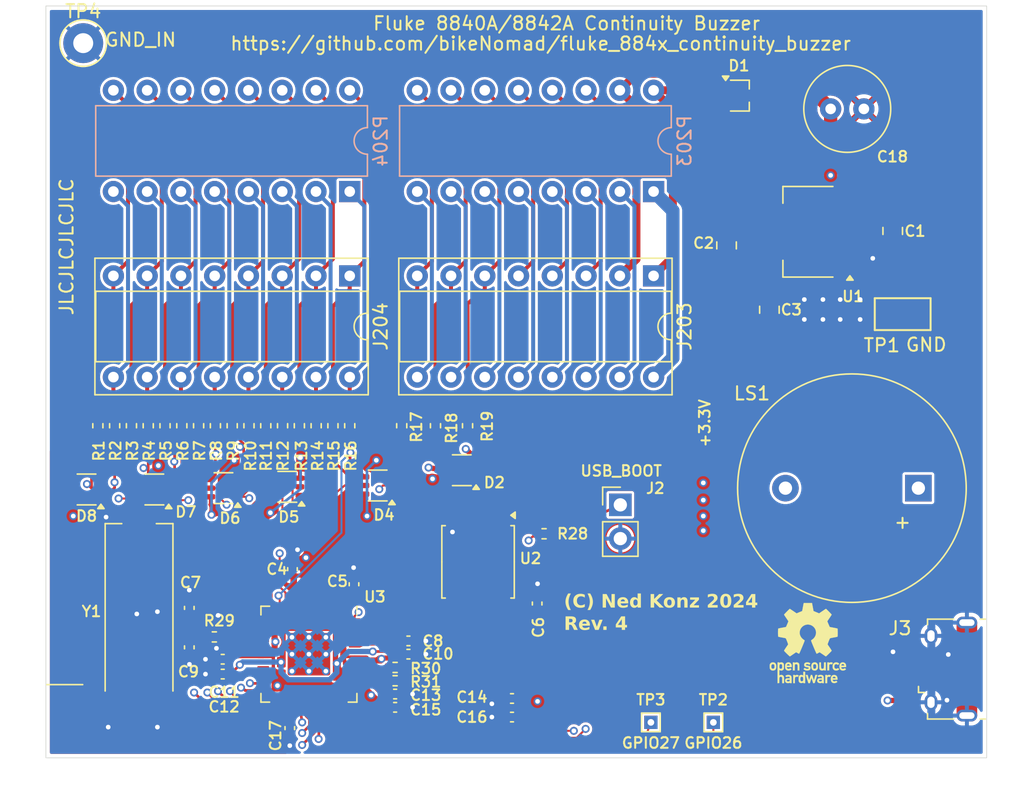
<source format=kicad_pcb>
(kicad_pcb (version 20240108) (generator "pcbnew") (generator_version "8.0")
  (title_block (title "Fluke 884x Continuity Buzzer") (date "2024-09-15") (rev "4") (company "Ned Konz"))
  (layers (0 "F.Cu" signal) (1 "In1.Cu" signal) (2 "In2.Cu" signal) (31 "B.Cu" signal) (34 "B.Paste" user) (35 "F.Paste" user) (36 "B.SilkS" user "B.Silkscreen") (37 "F.SilkS" user "F.Silkscreen") (38 "B.Mask" user) (39 "F.Mask" user) (44 "Edge.Cuts" user))
  (net 0 "")
  (net 1 "GND")
  (net 2 "+3V3")
  (net 3 "+1V1")
  (net 4 "/XIN")
  (net 5 "/USB_D-")
  (net 6 "/USB_D+")
  (net 7 "/~{USB_BOOT}")
  (net 8 "/QSPI_SS")
  (net 9 "/XOUT")
  (net 10 "/QSPI_SD1")
  (net 11 "/QSPI_SD2")
  (net 12 "/QSPI_SD0")
  (net 13 "/QSPI_SCLK")
  (net 14 "/QSPI_SD3")
  (net 15 "/F1")
  (net 16 "/F2")
  (net 17 "/S2")
  (net 18 "/S1")
  (net 19 "/S0")
  (net 20 "/G5")
  (net 21 "/G7")
  (net 22 "/G6")
  (net 23 "/RL0")
  (net 24 "/RL1")
  (net 25 "/RL6")
  (net 26 "/RL4")
  (net 27 "/RL2")
  (net 28 "/RL5")
  (net 29 "/RL3")
  (net 30 "Net-(D1A-K)")
  (net 33 "/PDP")
  (net 34 "/PS1")
  (net 35 "/Pd")
  (net 36 "/Pe")
  (net 37 "/Pf")
  (net 38 "/Pg")
  (net 39 "/PS3")
  (net 40 "/PS2")
  (net 41 "/Pb")
  (net 42 "/Pa")
  (net 43 "/Pc")
  (net 44 "/G0")
  (net 45 "/G1")
  (net 46 "/G4")
  (net 47 "/G3")
  (net 48 "/G2")
  (net 49 "G0_3V")
  (net 50 "G1_3V")
  (net 51 "G2_3V")
  (net 52 "G3_3V")
  (net 53 "G4_3V")
  (net 54 "G5_3V")
  (net 55 "G6_3V")
  (net 56 "G7_3V")
  (net 57 "PA_3V")
  (net 58 "PB_3V")
  (net 59 "PC_3V")
  (net 60 "PD_3V")
  (net 61 "PE_3V")
  (net 62 "PG_3V")
  (net 63 "PS1_3V")
  (net 64 "PS2_3V")
  (net 65 "PS3_3V")
  (net 66 "PDP_3V")
  (net 67 "/GPIO26_ADC0")
  (net 68 "/GPIO29_ADC3")
  (net 69 "/GPIO27_ADC1")
  (net 70 "/GPIO28_ADC2")
  (net 71 "/GPIO3")
  (net 72 "/GPIO0")
  (net 73 "/GPIO1")
  (net 74 "/GPIO8")
  (net 75 "/GPIO4")
  (net 76 "/GPIO2")
  (net 77 "/GPIO6")
  (net 79 "Net-(C9-Pad1)")
  (net 80 "/VBUS")
  (net 82 "Net-(U3-USB_DP)")
  (net 83 "Net-(U3-USB_DM)")
  (net 84 "PF_3V")
  (net 89 "/GND2")
  (footprint "Capacitor_SMD:C_0805_2012Metric" (layer "F.Cu") (at 124.87 43.425 -90)
    (property "Reference" "C2")
    (property "Value" "10u")
  )
  (footprint "RP2040_minimal:USB_Micro-B_Amphenol_10118194_Horizontal" (layer "F.Cu") (at 141.65 75.32055 90)
    (property "Reference" "J3")
    (property "Value" "USB_B_Micro")
  )
  (footprint "Connector_PinHeader_2.54mm:PinHeader_1x02_P2.54mm_Vertical" (layer "F.Cu") (at 116.8776 62.95805)
    (property "Reference" "J2")
    (property "Value" "Conn_01x02")
  )
  (footprint "Capacitor_SMD:C_0402_1005Metric" (layer "F.Cu") (at 99.935 78.19845)
    (property "Reference" "C15")
    (property "Value" "1u")
  )
  (footprint "Capacitor_SMD:C_0402_1005Metric" (layer "F.Cu") (at 99.935 77.19845)
    (property "Reference" "C13")
    (property "Value" "1u")
  )
  (footprint "Capacitor_SMD:C_0402_1005Metric" (layer "F.Cu") (at 92.2112 67.79805 90)
    (property "Reference" "C4")
    (property "Value" "100n")
  )
  (footprint "Capacitor_SMD:C_0402_1005Metric" (layer "F.Cu") (at 110.62 70.38345 90)
    (property "Reference" "C6")
    (property "Value" "100n")
  )
  (footprint "Package_TO_SOT_SMD:SOT-223-3_TabPin2" (layer "F.Cu") (at 131.02 42.4 180)
    (property "Reference" "U1")
    (property "Value" "AZ117EH-3.3")
  )
  (footprint "RP2040_minimal:SOIC-8_5.23x5.23mm_P1.27mm" (layer "F.Cu") (at 106.175 67.24845 -90)
    (property "Reference" "U2")
    (property "Value" "W25Q128JVS")
  )
  (footprint "Capacitor_SMD:C_0402_1005Metric" (layer "F.Cu") (at 84.45 73.68345 -90)
    (property "Reference" "C9")
    (property "Value" "27p")
  )
  (footprint "Resistor_SMD:R_0402_1005Metric" (layer "F.Cu") (at 111.1412 65.13305)
    (property "Reference" "R28")
    (property "Value" "1k")
  )
  (footprint "Capacitor_SMD:C_0402_1005Metric" (layer "F.Cu") (at 100.935 74.19845)
    (property "Reference" "C10")
    (property "Value" "100n")
  )
  (footprint "Capacitor_SMD:C_0402_1005Metric" (layer "F.Cu") (at 92.0112 79.76305 -90)
    (property "Reference" "C17")
    (property "Value" "100n")
  )
  (footprint "Capacitor_SMD:C_0402_1005Metric" (layer "F.Cu") (at 86.965 74.57945 180)
    (property "Reference" "C11")
    (property "Value" "100n")
  )
  (footprint "Resistor_SMD:R_0402_1005Metric" (layer "F.Cu") (at 99.935 75.19845 180)
    (property "Reference" "R30")
    (property "Value" "27")
  )
  (footprint "Capacitor_SMD:C_0402_1005Metric" (layer "F.Cu") (at 86.965 75.69845 180)
    (property "Reference" "C12")
    (property "Value" "100n")
  )
  (footprint "Capacitor_SMD:C_0805_2012Metric" (layer "F.Cu") (at 137.37 42.3375 -90)
    (property "Reference" "C1")
    (property "Value" "10u")
  )
  (footprint "Capacitor_SMD:C_0402_1005Metric" (layer "F.Cu") (at 96.8412 68.93305 90)
    (property "Reference" "C5")
    (property "Value" "100n")
  )
  (footprint "Capacitor_SMD:C_0402_1005Metric" (layer "F.Cu") (at 108.7276 78.93305 180)
    (property "Reference" "C16")
    (property "Value" "100n")
  )
  (footprint "RP2040_minimal:RP2040-QFN-56" (layer "F.Cu") (at 93.45 74.19845 -90)
    (property "Reference" "U3")
    (property "Value" "RP2040")
  )
  (footprint "Capacitor_SMD:C_0402_1005Metric" (layer "F.Cu") (at 84.45 70.71345 90)
    (property "Reference" "C7")
    (property "Value" "27p")
  )
  (footprint "Resistor_SMD:R_0402_1005Metric" (layer "F.Cu") (at 99.935 76.19845 180)
    (property "Reference" "R31")
    (property "Value" "27")
  )
  (footprint "Capacitor_SMD:C_0402_1005Metric" (layer "F.Cu") (at 100.935 73.19845)
    (property "Reference" "C8")
    (property "Value" "100n")
  )
  (footprint "Capacitor_SMD:C_0402_1005Metric" (layer "F.Cu") (at 108.7276 77.53305 180)
    (property "Reference" "C14")
    (property "Value" "100n")
  )
  (footprint "Resistor_SMD:R_0402_1005Metric" (layer "F.Cu") (at 86.335 72.89845 180)
    (property "Reference" "R29")
    (property "Value" "1k")
  )
  (footprint "RP2040_minimal:Crystal_SMD_HC49-US" (layer "F.Cu") (at 80.67 71.07 -90)
    (property "Reference" "Y1")
    (property "Value" "ABLS-12.000MHZ-B4-T")
  )
  (footprint "Capacitor_SMD:C_0805_2012Metric" (layer "F.Cu") (at 128.0928 48.2696 -90)
    (property "Reference" "C3")
    (property "Value" "10u")
  )
  (footprint "Resistor_SMD:R_0402_1005Metric" (layer "F.Cu") (at 85.151 57 -90)
    (property "Reference" "R7")
    (property "Value" "200k")
  )
  (footprint "Resistor_SMD:R_0402_1005Metric" (layer "F.Cu") (at 88.9406 57 -90)
    (property "Reference" "R10")
    (property "Value" "200k")
  )
  (footprint "Package_TO_SOT_SMD:SOT-363_SC-70-6" (layer "F.Cu") (at 91.82 61.6 180)
    (property "Reference" "D5")
    (property "Value" "BAT54CDW")
  )
  (footprint "Package_TO_SOT_SMD:SOT-363_SC-70-6" (layer "F.Cu") (at 87.02 61.7 180)
    (property "Reference" "D6")
    (property "Value" "BAT54CDW")
  )
  (footprint "RP2040_minimal:Buzzer_17x9RM10" (layer "F.Cu") (at 134.3 61.7 180)
    (property "Reference" "LS1")
    (property "Value" "Piezo Transducer")
  )
  (footprint "TestPoint:TestPoint_THTPad_D3.0mm_Drill1.5mm" (layer "F.Cu") (at 76.47 28.2)
    (property "Reference" "TP4")
    (property "Value" "GND_IN")
  )
  (footprint "Resistor_SMD:R_0402_1005Metric" (layer "F.Cu") (at 95.2568 57 -90)
    (property "Reference" "R15")
    (property "Value" "200k")
  )
  (footprint "Resistor_SMD:R_0402_1005Metric" (layer "F.Cu") (at 96.52 57 -90)
    (property "Reference" "R16")
    (property "Value" "200k")
  )
  (footprint "Resistor_SMD:R_0402_1005Metric" (layer "F.Cu") (at 100.4316 57 -90)
    (property "Reference" "R17")
    (property "Value" "200k")
  )
  (footprint "Resistor_SMD:R_0402_1005Metric" (layer "F.Cu") (at 81.3613 57 -90)
    (property "Reference" "R4")
    (property "Value" "200k")
  )
  (footprint "TestPoint:TestPoint_THTPad_1.0x1.0mm_Drill0.5mm" (layer "F.Cu") (at 123.8776 79.33305)
    (property "Reference" "TP2")
    (property "Value" "GPIO26")
  )
  (footprint "Resistor_SMD:R_0402_1005Metric" (layer "F.Cu") (at 78.8348 57 -90)
    (property "Reference" "R2")
    (property "Value" "200k")
  )
  (footprint "Capacitor_THT:C_Radial_D6.3mm_H11.0mm_P2.50mm" (layer "F.Cu") (at 132.7 33.15)
    (property "Reference" "C18")
    (property "Value" "220uF")
  )
  (footprint "Package_TO_SOT_SMD:SOT-363_SC-70-6" (layer "F.Cu") (at 76.72 61.8 180)
    (property "Reference" "D8")
    (property "Value" "BAT54CDW")
  )
  (footprint "Package_DIP:DIP-16_W7.62mm_Socket" (layer "F.Cu") (at 96.52 45.72 -90)
    (property "Reference" "J204")
    (property "Value" "16 pin DIP socket")
  )
  (footprint "Package_DIP:DIP-16_W7.62mm_Socket" (layer "F.Cu") (at 119.38 45.72 -90)
    (property "Reference" "J203")
    (property "Value" "16 pin DIP socket")
  )
  (footprint "Resistor_SMD:R_0402_1005Metric" (layer "F.Cu") (at 87.6774 57 -90)
    (property "Reference" "R9")
    (property "Value" "200k")
  )
  (footprint "Resistor_SMD:R_0402_1005Metric" (layer "F.Cu") (at 90.2039 57 -90)
    (property "Reference" "R11")
    (property "Value" "200k")
  )
  (footprint "TestPoint:TestPoint_THTPad_1.0x1.0mm_Drill0.5mm" (layer "F.Cu") (at 119.1776 79.33305)
    (property "Reference" "TP3")
    (property "Value" "GPIO27")
  )
  (footprint "Resistor_SMD:R_0402_1005Metric" (layer "F.Cu") (at 93.9935 57 -90)
    (property "Reference" "R14")
    (property "Value" "200k")
  )
  (footprint "Package_TO_SOT_SMD:SOT-363_SC-70-6" (layer "F.Cu") (at 104.95 60.35 180)
    (property "Reference" "D2")
    (property "Value" "BAT54CDW")
  )
  (footprint "Resistor_SMD:R_0402_1005Metric" (layer "F.Cu") (at 80.0981 57 -90)
    (property "Reference" "R3")
    (property "Value" "200k")
  )
  (footprint "Symbol:OSHW-Logo_5.7x6mm_SilkScreen" (layer "F.Cu") (at 130.98 73.36)
    (property "Reference" "REF**" (hide yes))
    (property "Value" "OSHW-Logo_5.7x6mm_SilkScreen" (hide yes))
  )
  (footprint "RP2040_minimal:TestPoint_Keystone_5019_Minature" (layer "F.Cu") (at 138.12 48.6)
    (property "Reference" "TP1")
    (property "Value" "TestPoint")
  )
  (footprint "Package_TO_SOT_SMD:SOT-323_SC-70" (layer "F.Cu") (at 125.85 32.15)
    (property "Reference" "D1")
    (property "Value" "BAS40-05W")
  )
  (footprint "Package_TO_SOT_SMD:SOT-363_SC-70-6" (layer "F.Cu") (at 98.62 61.5 180)
    (property "Reference" "D4")
    (property "Value" "BAT54CDW")
  )
  (footprint "Resistor_SMD:R_0402_1005Metric" (layer "F.Cu") (at 91.4671 57 -90)
    (property "Reference" "R12")
    (property "Value" "200k")
  )
  (footprint "Resistor_SMD:R_0402_1005Metric" (layer "F.Cu") (at 105.3846 57 -90)
    (property "Reference" "R19")
    (property "Value" "200k")
  )
  (footprint "Resistor_SMD:R_0402_1005Metric" (layer "F.Cu") (at 102.9716 57 -90)
    (property "Reference" "R18")
    (property "Value" "200k")
  )
  (footprint "Resistor_SMD:R_0402_1005Metric" (layer "F.Cu") (at 83.8877 57 -90)
    (property "Reference" "R6")
    (property "Value" "200k")
  )
  (footprint "Package_TO_SOT_SMD:SOT-363_SC-70-6" (layer "F.Cu") (at 81.82 61.8 180)
    (property "Reference" "D7")
    (property "Value" "BAT54CDW")
  )
  (footprint "Resistor_SMD:R_0402_1005Metric" (layer "F.Cu") (at 77.5716 57 -90)
    (property "Reference" "R1")
    (property "Value" "200k")
  )
  (footprint "Resistor_SMD:R_0402_1005Metric" (layer "F.Cu") (at 92.7303 57 -90)
    (property "Reference" "R13")
    (property "Value" "200k")
  )
  (footprint "Resistor_SMD:R_0402_1005Metric" (layer "F.Cu") (at 86.4142 57 -90)
    (property "Reference" "R8")
    (property "Value" "200k")
  )
  (footprint "Resistor_SMD:R_0402_1005Metric" (layer "F.Cu") (at 82.6245 57 -90)
    (property "Reference" "R5")
    (property "Value" "200k")
  )
  (footprint "RP2040_minimal:DIP-16_W7.62mm" (layer "B.Cu") (at 96.52 39.37 90)
    (property "Reference" "P204")
    (property "Value" "16 pin DIP plug")
  )
  (footprint "RP2040_minimal:DIP-16_W7.62mm" (layer "B.Cu") (at 119.38 39.37 90)
    (property "Reference" "P203")
    (property "Value" "16 pin DIP plug")
  )
  (gr_line (start 73.73 76.49) (end 76.43 76.49) (stroke (width 0.12)) (layer "F.SilkS"))
  (gr_rect (start 73.66 25.4) (end 144.44 82) (stroke (width 0.05)) (fill none) (layer "Edge.Cuts"))
  (gr_text "(C) Ned Konz 2024\nRev. ${REVISION}" (at 112.63 72.54 0) (layer "F.SilkS") (effects (font (size 1 1)) (justify left bottom)))
  (gr_text "JLCJLCJLCJLC" (at 75.8 48.77 90) (layer "F.SilkS") (effects (font (size 1 1)) (justify left bottom)))
  (gr_text "+3.3V" (at 123.7 58.7 90) (layer "F.SilkS") (effects (font (size 0.8 0.8)) (justify left bottom)))
  (gr_text "GND_IN" (at 78.02 28.53 0) (layer "F.SilkS") (effects (font (size 1 1)) (justify left bottom)))
  (gr_text "Fluke 8840A/8842A Continuity Buzzer" (at 127.48 27.3 0) (layer "F.SilkS") (effects (font (size 1 1)) (justify right bottom)))
  (gr_text "https://github.com/bikeNomad/fluke_884x_continuity_buzzer" (at 87.45 28.82 0) (layer "F.SilkS") (effects (font (size 1 1)) (justify left bottom)))
  (gr_text "\nUSB_BOOT" (at 116.94 59.76 0) (layer "F.SilkS") (effects (font (size 0.8 0.8))))
  (gr_text "GND" (at 138.27 51.49 0) (layer "F.SilkS") (effects (font (size 1 1)) (justify left bottom)))
  (segment (start 104.2696 64.39635) (end 104.2696 64.39595) (width 0.15) (layer "F.Cu") (net 1))
  (segment (start 141.5504 74.22325) (end 142.1254 74.22325) (width 0.15) (layer "F.Cu") (net 1))
  (segment (start 84.45 74.94895) (end 84.45 74.16845) (width 0.15) (layer "F.Cu") (net 1))
  (segment (start 142.1254 74.29065) (end 142.1254 74.22325) (width 0.2) (layer "F.Cu") (net 1))
  (segment (start 100.4196 77.19845) (end 101.2496 77.19845) (width 0.2) (layer "F.Cu") (net 1))
  (segment (start 84.4615 74.96045) (end 84.45 74.94895) (width 0.15) (layer "F.Cu") (net 1))
  (segment (start 110.6206 69.60345) (end 110.6506 69.57345) (width 0.2) (layer "F.Cu") (net 1))
  (segment (start 101.4196 74.19845) (end 102.2496 74.19845) (width 0.2) (layer "F.Cu") (net 1))
  (segment (start 90.0125 73.19845) (end 88.7955 73.19845) (width 0.2) (layer "F.Cu") (net 1))
  (segment (start 107.6126 77.53305) (end 107.2126 77.93305) (width 0.15) (layer "F.Cu") (net 1))
  (segment (start 110.6506 69.57345) (end 110.6506 68.89845) (width 0.2) (layer "F.Cu") (net 1))
  (segment (start 104.2706 64.97845) (end 104.2506 64.99845) (width 0.2) (layer "F.Cu") (net 1))
  (segment (start 142.1254 76.97195) (end 142.2984 76.97195) (width 0.15) (layer "F.Cu") (net 1))
  (segment (start 134.17 44.7) (end 135.57 44.7) (width 0.2) (layer "F.Cu") (net 1))
  (segment (start 142.1254 76.62745) (end 142.6431 76.62745) (width 0.15) (layer "F.Cu") (net 1))
  (segment (start 136.432 43.8375) (end 136.808 43.8375) (width 0.2) (layer "F.Cu") (net 1))
  (segment (start 136.995 43.275) (end 136.432 43.8375) (width 0.2) (layer "F.Cu") (net 1))
  (segment (start 110.6196 69.67735) (end 110.6196 69.73385) (width 0.2) (layer "F.Cu") (net 1))
  (segment (start 96.8412 68.22805) (end 96.8412 68.45305) (width 0.15) (layer "F.Cu") (net 1))
  (segment (start 92.0112 80.24305) (end 92.0112 81.08305) (width 0.15) (layer "F.Cu") (net 1))
  (segment (start 142.1254 74.29065) (end 142.9201 74.29065) (width 0.15) (layer "F.Cu") (net 1))
  (segment (start 108.2426 78.93305) (end 107.2126 78.93305) (width 0.2) (layer "F.Cu") (net 1))
  (segment (start 110.6206 69.71405) (end 110.6206 69.67715) (width 0.2) (layer "F.Cu") (net 1))
  (segment (start 92.2112 67.31305) (end 92.5912 66.33305) (width 0.2) (layer "F.Cu") (net 1))
  (segment (start 142.1254 77.66095) (end 142.1254 77.78055) (width 0.2) (layer "F.Cu") (net 1))
  (segment (start 104.2696 64.64575) (end 104.2696 64.39635) (width 0.2) (layer "F.Cu") (net 1))
  (segment (start 142.1254 76.62745) (end 142.1254 76.97195) (width 0.2) (layer "F.Cu") (net 1))
  (segment (start 104.2696 64.39595) (end 104.2696 64.14705) (width 0.2) (layer "F.Cu") (net 1))
  (segment (start 88.7955 73.19845) (end 86.8745 71.27745) (width 0.2) (layer "F.Cu") (net 1))
  (segment (start 139.5412 74.02055) (end 137.3916 74.02055) (width 0.2) (layer "F.Cu") (net 1))
  (segment (start 85.1845 73.75395) (end 85.3505 73.75395) (width 0.15) (layer "F.Cu") (net 1))
  (segment (start 141.4504 77.66095) (end 142.1254 77.66095) (width 0.15) (layer "F.Cu") (net 1))
  (segment (start 135.57 44.7) (end 135.87 44.4) (width 0.2) (layer "F.Cu") (net 1))
  (segment (start 110.6206 69.67715) (end 110.6196 69.67735) (width 0.2) (layer "F.Cu") (net 1))
  (segment (start 110.6206 69.75095) (end 110.6206 69.71405) (width 0.2) (layer "F.Cu") (net 1))
  (segment (start 142.1254 74.22325) (end 142.1254 72.86055) (width 0.2) (layer "F.Cu") (net 1))
  (segment (start 104.2696 64.39635) (end 104.2696 64.39595) (width 0.2) (layer "F.Cu") (net 1))
  (segment (start 142.1254 76.28305) (end 142.1254 76.62745) (width 0.2) (layer "F.Cu") (net 1))
  (segment (start 96.8112 68.19805) (end 96.8412 68.22805) (width 0.15) (layer "F.Cu") (net 1))
  (segment (start 86.8745 71.27745) (end 86.6205 71.27745) (width 0.2) (layer "F.Cu") (net 1))
  (segment (start 104.2706 64.31345) (end 104.2706 64.64595) (width 0.2) (layer "F.Cu") (net 1))
  (segment (start 86.48 74.57945) (end 85.668 74.57945) (width 0.2) (layer "F.Cu") (net 1))
  (segment (start 86.48 75.69845) (end 85.668 75.69845) (width 0.2) (layer "F.Cu") (net 1))
  (segment (start 108.2426 77.53305) (end 107.6126 77.53305) (width 0.15) (layer "F.Cu") (net 1))
  (segment (start 101.4196 73.19845) (end 102.2496 73.19845) (width 0.2) (layer "F.Cu") (net 1))
  (segment (start 104.2706 64.64595) (end 104.2696 64.64575) (width 0.2) (layer "F.Cu") (net 1))
  (segment (start 104.2696 64.39595) (end 104.2696 64.14705) (width 0.15) (layer "F.Cu") (net 1))
  (segment (start 136.432 43.8375) (end 135.87 44.4) (width 0.2) (layer "F.Cu") (net 1))
  (segment (start 84.45 74.16845) (end 84.77 74.16845) (width 0.15) (layer "F.Cu") (net 1))
  (segment (start 100.4196 78.19845) (end 101.2496 78.19845) (width 0.2) (layer "F.Cu") (net 1))
  (segment (start 142.1254 76.97195) (end 142.1254 77.66095) (width 0.2) (layer "F.Cu") (net 1))
  (segment (start 82.05 70.99845) (end 82.85 70.99845) (width 0.2) (layer "F.Cu") (net 1))
  (segment (start 110.6206 69.67715) (end 110.6206 69.60345) (width 0.2) (layer "F.Cu") (net 1))
  (segment (start 84.45 70.22845) (end 84.45 69.37245) (width 0.2) (layer "F.Cu") (net 1))
  (segment (start 96.8112 68.19805) (end 96.8112 67.68305) (width 0.2) (layer "F.Cu") (net 1))
  (segment (start 84.77 74.16845) (end 85.1845 73.75395) (width 0.15) (layer "F.Cu") (net 1))
  (segment (start 142.95 78.82055) (end 142.95 78.22055) (width 0.15) (layer "F.Cu") (net 1))
  (segment (start 136.808 43.8375) (end 137.37 43.275) (width 0.2) (layer "F.Cu") (net 1))
  (segment (start 104.2706 64.64595) (end 104.2706 64.97845) (width 0.2) (layer "F.Cu") (net 1))
  (via (at 132.12 49) (size 0.6) (drill 0.35) (layers "F.Cu" "B.Cu") (net 1))
  (via (at 82.05 70.99845) (size 0.6) (drill 0.35) (layers "F.Cu" "B.Cu") (net 1))
  (via (at 135.87 44.4) (size 0.6) (drill 0.35) (layers "F.Cu" "B.Cu") (net 1))
  (via (at 85.668 74.57945) (size 0.6) (drill 0.35) (layers "F.Cu" "B.Cu") (net 1))
  (via (at 92.0112 81.08305) (size 0.6) (drill 0.35) (layers "F.Cu" "B.Cu") (net 1))
  (via (at 137.3916 74.02055) (size 0.6) (drill 0.35) (layers "F.Cu" "B.Cu") (net 1))
  (via (at 102.2496 73.19845) (size 0.6) (drill 0.35) (layers "F.Cu" "B.Cu") (net 1))
  (via (at 130.72 49) (size 0.6) (drill 0.35) (layers "F.Cu" "B.Cu") (net 1))
  (via (at 84.45 69.37245) (size 0.6) (drill 0.35) (layers "F.Cu" "B.Cu") (net 1))
  (via (at 107.2126 78.93305) (size 0.6) (drill 0.35) (layers "F.Cu" "B.Cu") (net 1))
  (via (at 85.668 75.69845) (size 0.6) (drill 0.35) (layers "F.Cu" "B.Cu") (net 1))
  (via (at 133.42 49) (size 0.6) (drill 0.35) (layers "F.Cu" "B.Cu") (net 1))
  (via (at 110.6506 68.89845) (size 0.6) (drill 0.35) (layers "F.Cu" "B.Cu") (net 1))
  (via (at 134.92 47.5) (size 0.6) (drill 0.35) (layers "F.Cu" "B.Cu") (net 1))
  (via (at 130.72 47.5) (size 0.6) (drill 0.35) (layers "F.Cu" "B.Cu") (net 1))
  (via (at 101.2496 78.19845) (size 0.6) (drill 0.35) (layers "F.Cu" "B.Cu") (net 1))
  (via (at 141.4504 77.66095) (size 0.6) (drill 0.35) (layers "F.Cu" "B.Cu") (net 1))
  (via (at 78.19 63.88) (size 0.6) (drill 0.35) (layers "F.Cu" "B.Cu") (net 1))
  (via (at 132.12 47.5) (size 0.6) (drill 0.35) (layers "F.Cu" "B.Cu") (net 1))
  (via (at 96.8112 67.68305) (size 0.6) (drill 0.35) (layers "F.Cu" "B.Cu") (net 1))
  (via (at 82.05 79.68845) (size 0.6) (drill 0.35) (layers "F.Cu" "B.Cu") (net 1))
  (via (at 133.42 47.5) (size 0.6) (drill 0.35) (layers "F.Cu" "B.Cu") (net 1))
  (via (at 86.4935 73.75395) (size 0.6) (drill 0.35) (layers "F.Cu" "B.Cu") (net 1))
  (via (at 101.2496 77.19845) (size 0.6) (drill 0.35) (layers "F.Cu" "B.Cu") (net 1))
  (via (at 102.2496 74.19845) (size 0.6) (drill 0.35) (layers "F.Cu" "B.Cu") (net 1))
  (via (at 107.2126 77.93305) (size 0.6) (drill 0.35) (layers "F.Cu" "B.Cu") (net 1))
  (via (at 134.92 49) (size 0.6) (drill 0.35) (layers "F.Cu" "B.Cu") (net 1))
  (via (at 84.4615 74.96045) (size 0.6) (drill 0.35) (layers "F.Cu" "B.Cu") (net 1))
  (via (at 86.6205 71.27745) (size 0.6) (drill 0.35) (layers "F.Cu" "B.Cu") (net 1))
  (via (at 104.2506 64.99845) (size 0.6) (drill 0.35) (layers "F.Cu" "B.Cu") (net 1))
  (via (at 141.5504 74.22325) (size 0.6) (drill 0.35) (layers "F.Cu" "B.Cu") (net 1))
  (via (at 80.5 71.17) (size 0.6) (drill 0.35) (layers "F.Cu" "B.Cu") (net 1))
  (via (at 78.35 79.68845) (size 0.6) (drill 0.35) (layers "F.Cu" "B.Cu") (net 1))
  (via (at 92.5912 66.33305) (size 0.6) (drill 0.35) (layers "F.Cu" "B.Cu") (net 1))
  (segment (start 140.2754 79.92055) (end 140.2754 70.72055) (width 0.6) (layer "B.Cu") (net 1))
  (segment (start 99.57 60.85) (end 99.57 60.65) (width 0.2) (layer "F.Cu") (net 2))
  (segment (start 97.67 62.15) (end 97.67 63.65) (width 0.2) (layer "F.Cu") (net 2))
  (segment (start 128.093 47.3321) (end 128.0928 47.3321) (width 1) (layer "F.Cu") (net 2))
  (segment (start 81.88 62.41) (end 80.87 62.45) (width 0.2) (layer "F.Cu") (net 2))
  (segment (start 123.12 63.8) (end 123.12 64.9) (width 1) (layer "F.Cu") (net 2))
  (segment (start 123.12 61.3) (end 123.12 62.6) (width 1) (layer "F.Cu") (net 2))
  (segment (start 127.87 42.4) (end 134.17 42.4) (width 1) (layer "F.Cu") (net 2))
  (segment (start 96.8875 76.39845) (end 96.25 76.39845) (width 0.2) (layer "F.Cu") (net 2))
  (segment (start 86.07 62.35) (end 86.07 63.65) (width 0.2) (layer "F.Cu") (net 2))
  (segment (start 100.4496 74.19845) (end 99.6876 74.19845) (width 0.2) (layer "F.Cu") (net 2))
  (segment (start 128.0928 47.3321) (end 127.393 47.3321) (width 1) (layer "F.Cu") (net 2))
  (segment (start 97.67 63.65) (end 97.82 63.8) (width 0.2) (layer "F.Cu") (net 2))
  (segment (start 99.6876 74.19845) (end 99.3376 74.54845) (width 0.2) (layer "F.Cu") (net 2))
  (segment (start 90.0125 74.39845) (end 87.9445 74.39845) (width 0.2) (layer "F.Cu") (net 2))
  (segment (start 123.12 51.6049) (end 123.12 61.3) (width 1) (layer "F.Cu") (net 2))
  (segment (start 90.0125 74.39845) (end 90.65 74.39845) (width 0.2) (layer "F.Cu") (net 2))
  (segment (start 96.8875 76.79845) (end 96.05 76.79845) (width 0.2) (layer "F.Cu") (net 2))
  (segment (start 96.8875 74.79845) (end 97.65 74.79845) (width 0.2) (layer "F.Cu") (net 2))
  (segment (start 99.3376 74.54845) (end 98.908 74.54845) (width 0.2) (layer "F.Cu") (net 2))
  (segment (start 92.2112 68.14815) (end 93.2276 67.13175) (width 0.15) (layer "F.Cu") (net 2))
  (segment (start 96.05 70.76095) (end 96.05 69.89845) (width 0.2) (layer "F.Cu") (net 2))
  (segment (start 97.65 74.79845) (end 97.9 74.54845) (width 0.2) (layer "F.Cu") (net 2))
  (segment (start 93.2276 67.13175) (end 93.2276 66.93305) (width 0.15) (layer "F.Cu") (net 2))
  (segment (start 96.05 76.59845) (end 96.05 76.79845) (width 0.2) (layer "F.Cu") (net 2))
  (segment (start 96.25 76.39845) (end 96.05 76.59845) (width 0.2) (layer "F.Cu") (net 2))
  (segment (start 96.25 74.79845) (end 96.05 74.59845) (width 0.2) (layer "F.Cu") (net 2))
  (segment (start 87.7635 74.57945) (end 87.445 74.57945) (width 0.2) (layer "F.Cu") (net 2))
  (segment (start 92.82 59.4) (end 92.82 60.9) (width 0.2) (layer "F.Cu") (net 2))
  (segment (start 127.87 45.1044) (end 127.87 47.1093) (width 1) (layer "F.Cu") (net 2))
  (segment (start 87.9445 74.39845) (end 87.7635 74.57945) (width 0.2) (layer "F.Cu") (net 2))
  (segment (start 127.782 45.0169) (end 127.782 42.4875) (width 0.15) (layer "F.Cu") (net 2))
  (segment (start 123.12 62.6) (end 123.12 63.8) (width 1) (layer "F.Cu") (net 2))
  (segment (start 108.0806 70.84845) (end 110.6006 70.84845) (width 0.2) (layer "F.Cu") (net 2))
  (segment (start 102.7 61) (end 104 61) (width 0.2) (layer "F.Cu") (net 2))
  (segment (start 96.8875 74.79845) (end 96.25 74.79845) (width 0.2) (layer "F.Cu") (net 2))
  (segment (start 87.97 61.05) (end 87.97 59.75) (width 0.2) (layer "F.Cu") (net 2))
  (segment (start 98.908 74.54845) (end 97.9 74.54845) (width 0.2) (layer "F.Cu") (net 2))
  (segment (start 102.75 61) (end 102.7 61) (width 0.15) (layer "F.Cu") (net 2))
  (segment (start 86.07 63.65) (end 86.12 63.7) (width 0.2) (layer "F.Cu") (net 2))
  (segment (start 97.75 74.39845) (end 96.8875 74.39845) (width 0.2) (layer "F.Cu") (net 2))
  (segment (start 82.77 60.65) (end 82.12 60) (width 0.2) (layer "F.Cu") (net 2))
  (segment (start 110.43305 77.53305) (end 110.65 77.75) (width 0.15) (layer "F.Cu") (net 2))
  (segment (start 96.8875 74.39845) (end 96.45 74.39845) (width 0.2) (layer "F.Cu") (net 2))
  (segment (start 87.97 59.75) (end 87.82 59.6) (width 0.2) (layer "F.Cu") (net 2))
  (segment (start 97.35 76.39845) (end 99.15 78.19845) (width 0.2) (layer "F.Cu") (net 2))
  (segment (start 127.87 43.0995) (end 127.87 45.1044) (width 1) (layer "F.Cu") (net 2))
  (segment (start 92.45 77.63595) (end 92.4412 78.73305) (width 0.2) (layer "F.Cu") (net 2))
  (segment (start 97.9 74.54845) (end 97.75 74.39845) (width 0.2) (layer "F.Cu") (net 2))
  (segment (start 109.2076 77.53305) (end 110.43305 77.53305) (width 0.15) (layer "F.Cu") (net 2))
  (segment (start 99.57 60.65) (end 98.52 59.6) (width 0.2) (layer "F.Cu") (net 2))
  (segment (start 92.4112 68.48305) (end 92.2112 68.28305) (width 0.2) (layer "F.Cu") (net 2))
  (segment (start 127.393 47.3321) (end 123.12 51.6049) (width 1) (layer "F.Cu") (net 2))
  (segment (start 75.77 63.75) (end 75.72 63.8) (width 0.2) (layer "F.Cu") (net 2))
  (segment (start 92.45 70.76095) (end 92.45 68.39845) (width 0.2) (layer "F.Cu") (net 2))
  (segment (start 90.55 63.55) (end 90.87 62.25) (width 0.2) (layer "F.Cu") (net 2))
  (segment (start 75.77 62.45) (end 75.77 63.75) (width 0.2) (layer "F.Cu") (net 2))
  (segment (start 96.8875 76.39845) (end 97.35 76.39845) (width 0.2) (layer "F.Cu") (net 2))
  (segment (start 92.4412 78.73305) (end 92.27 79.02425) (width 0.2) (layer "F.Cu") (net 2))
  (segment (start 90.65 74.39845) (end 90.85 74.19845) (width 0.2) (layer "F.Cu") (net 2))
  (segment (start 124.87 42.4875) (end 127.782 42.4875) (width 1) (layer "F.Cu") (net 2))
  (segment (start 96.05 69.89845) (end 96.8112 69.67805) (width 0.2) (layer "F.Cu") (net 2))
  (segment (start 92.27 79.02425) (end 92.0112 79.28305) (width 0.2) (layer "F.Cu") (net 2))
  (segment (start 127.87 45.1044) (end 127.782 45.0169) (width 0.15) (layer "F.Cu") (net 2))
  (segment (start 82.77 61.15) (end 82.77 60.65) (width 0.2) (layer "F.Cu") (net 2))
  (segment (start 82.12 60) (end 81.88 62.41) (width 0.2) (layer "F.Cu") (net 2))
  (segment (start 127.87 47.1093) (end 128.093 47.3321) (width 1) (layer "F.Cu") (net 2))
  (segment (start 109.2126 78.93305) (end 109.2126 77.53305) (width 0.2) (layer "F.Cu") (net 2))
  (segment (start 99.15 78.19845) (end 99.4496 78.19845) (width 0.2) (layer "F.Cu") (net 2))
  (segment (start 96.05 76.79845) (end 96.05 77.63595) (width 0.2) (layer "F.Cu") (net 2))
  (via (at 98.1276 77.28305) (size 0.6) (drill 0.35) (layers "F.Cu" "B.Cu") (net 2))
  (via (at 110.65 77.75) (size 0.6) (drill 0.35) (layers "F.Cu" "B.Cu") (net 2))
  (via (at 90.9324 73.26185) (size 0.6) (drill 0.35) (layers "F.Cu" "B.Cu") (net 2))
  (via (at 90.55 63.55) (size 0.6) (drill 0.35) (layers "F.Cu" "B.Cu") (net 2))
  (via (at 86.12 63.7) (size 0.6) (drill 0.35) (layers "F.Cu" "B.Cu") (net 2))
  (via (at 92.82 59.4) (size 0.6) (drill 0.35) (layers "F.Cu" "B.Cu") (net 2))
  (via (at 98.52 59.6) (size 0.6) (drill 0.35) (layers "F.Cu" "B.Cu") (net 2))
  (via (at 87.82 59.6) (size 0.6) (drill 0.35) (layers "F.Cu" "B.Cu") (net 2))
  (via (at 123.12 64.9) (size 0.6) (drill 0.35) (layers "F.Cu" "B.Cu") (net 2))
  (via (at 97.82 63.8) (size 0.6) (drill 0.35) (layers "F.Cu" "B.Cu") (net 2))
  (via (at 98.908 74.54845) (size 0.6) (drill 0.35) (layers "F.Cu" "B.Cu") (net 2))
  (via (at 75.72 63.8) (size 0.6) (drill 0.35) (layers "F.Cu" "B.Cu") (net 2))
  (via (at 123.12 61.3) (size 0.6) (drill 0.35) (layers "F.Cu" "B.Cu") (net 2))
  (via (at 82.12 60) (size 0.6) (drill 0.35) (layers "F.Cu" "B.Cu") (net 2))
  (via (at 93.2276 66.93305) (size 0.6) (drill 0.35) (layers "F.Cu" "B.Cu") (net 2))
  (via (at 91.0847 76.56385) (size 0.6) (drill 0.35) (layers "F.Cu" "B.Cu") (net 2))
  (via (at 102.75 61) (size 0.6) (drill 0.35) (layers "F.Cu" "B.Cu") (net 2))
  (via (at 123.12 62.6) (size 0.6) (drill 0.35) (layers "F.Cu" "B.Cu") (net 2))
  (via (at 123.12 63.8) (size 0.6) (drill 0.35) (layers "F.Cu" "B.Cu") (net 2))
  (segment (start 92.82 61.775) (end 92.82 59.4) (width 0.2) (layer "B.Cu") (net 2))
  (segment (start 97.82 60.3) (end 97.82 63.8) (width 0.2) (layer "B.Cu") (net 2))
  (segment (start 90.55 63.55) (end 92.82 61.775) (width 0.2) (layer "B.Cu") (net 2))
  (segment (start 86.12 61.3) (end 86.12 63.7) (width 0.2) (layer "B.Cu") (net 2))
  (segment (start 98.52 59.6) (end 97.82 60.3) (width 0.2) (layer "B.Cu") (net 2))
  (segment (start 87.82 59.6) (end 86.12 61.3) (width 0.2) (layer "B.Cu") (net 2))
  (segment (start 95.45 74.59845) (end 95.55 74.69845) (width 0.15) (layer "F.Cu") (net 3))
  (segment (start 87.55 75.69845) (end 87.7487 75.49975) (width 0.2) (layer "F.Cu") (net 3))
  (segment (start 98.85 77.19845) (end 99.4496 77.19845) (width 0.2) (layer "F.Cu") (net 3))
  (segment (start 98.25 73.99845) (end 99.3546 73.99845) (width 0.2) (layer "F.Cu") (net 3))
  (segment (start 96.8875 73.99845) (end 98.25 73.99845) (width 0.2) (layer "F.Cu") (net 3))
  (segment (start 96.8875 75.99845) (end 96.05 75.99845) (width 0.2) (layer "F.Cu") (net 3))
  (segment (start 99.3546 73.99845) (end 100.1546 73.19845) (width 0.2) (layer "F.Cu") (net 3))
  (segment (start 97.65 75.99845) (end 98.85 77.19845) (width 0.2) (layer "F.Cu") (net 3))
  (segment (start 100.1546 73.19845) (end 100.4496 73.19845) (width 0.2) (layer "F.Cu") (net 3))
  (segment (start 90.0125 74.79845) (end 88.45 74.79845) (width 0.2) (layer "F.Cu") (net 3))
  (segment (start 88.45 74.79845) (end 88.25 74.99845) (width 0.2) (layer "F.Cu") (net 3))
  (segment (start 87.7487 75.49975) (end 88.25 74.99845) (width 0.2) (layer "F.Cu") (net 3))
  (segment (start 87.6437 75.49975) (end 87.445 75.69845) (width 0.2) (layer "F.Cu") (net 3))
  (segment (start 96.8875 75.99845) (end 97.65 75.99845) (width 0.2) (layer "F.Cu") (net 3))
  (segment (start 95.55 74.69845) (end 95.55 74.89845) (width 0.15) (layer "F.Cu") (net 3))
  (segment (start 87.7487 75.49975) (end 87.6437 75.49975) (width 0.2) (layer "F.Cu") (net 3))
  (via (at 95.55 74.89845) (size 0.6) (drill 0.35) (layers "F.Cu" "B.Cu") (net 3))
  (via (at 98.25 73.99845) (size 0.6) (drill 0.35) (layers "F.Cu" "B.Cu") (net 3))
  (via (at 91.35 74.79845) (size 0.6) (drill 0.35) (layers "F.Cu" "B.Cu") (net 3))
  (via (at 88.25 74.99845) (size 0.6) (drill 0.35) (layers "F.Cu" "B.Cu") (net 3))
  (segment (start 91.34 74.78845) (end 91.35 74.79845) (width 0.4) (layer "B.Cu") (net 3))
  (segment (start 91.35 74.79845) (end 91.35 75.56765) (width 0.4) (layer "B.Cu") (net 3))
  (segment (start 95.005 76.12345) (end 95.55 75.57845) (width 0.4) (layer "B.Cu") (net 3))
  (segment (start 91.9057 76.12345) (end 95.005 76.12345) (width 0.4) (layer "B.Cu") (net 3))
  (segment (start 91.35 75.56765) (end 91.9057 76.12345) (width 0.4) (layer "B.Cu") (net 3))
  (segment (start 95.55 74.88845) (end 95.55 74.89845) (width 0.4) (layer "B.Cu") (net 3))
  (segment (start 88.46 74.78845) (end 91.34 74.78845) (width 0.4) (layer "B.Cu") (net 3))
  (segment (start 88.25 74.99845) (end 88.46 74.78845) (width 0.4) (layer "B.Cu") (net 3))
  (segment (start 95.55 75.57845) (end 95.55 74.89845) (width 0.4) (layer "B.Cu") (net 3))
  (segment (start 98.25 73.99845) (end 96.44 73.99845) (width 0.4) (layer "B.Cu") (net 3))
  (segment (start 96.44 73.99845) (end 95.55 74.88845) (width 0.4) (layer "B.Cu") (net 3))
  (segment (start 85.255 71.99845) (end 84.45 71.19345) (width 0.2) (layer "F.Cu") (net 4))
  (segment (start 86.9122 71.99845) (end 85.255 71.99845) (width 0.2) (layer "F.Cu") (net 4))
  (segment (start 88.5122 73.59845) (end 86.9122 71.99845) (width 0.2) (layer "F.Cu") (net 4))
  (segment (start 84.45 71.19345) (end 80.334 67.53945) (width 0.2) (layer "F.Cu") (net 4))
  (segment (start 90.0125 73.59845) (end 88.5122 73.59845) (width 0.2) (layer "F.Cu") (net 4))
  (segment (start 100.4446 76.17345) (end 100.4326 76.18595) (width 0.8) (layer "F.Cu") (net 5))
  (segment (start 138.44 76.1) (end 139.5412 75.97055) (width 0.2) (layer "F.Cu") (net 5))
  (segment (start 138.44 76.1) (end 100.4446 76.17345) (width 0.8) (layer "F.Cu") (net 5))
  (segment (start 138.34 75.052137) (end 139.09 75.29) (width 0.2) (layer "F.Cu") (net 6))
  (segment (start 139.09 75.29) (end 140.21945 75.29) (width 0.2) (layer "F.Cu") (net 6))
  (segment (start 100.445 75.21095) (end 138.34 75.052137) (width 0.8) (layer "F.Cu") (net 6))
  (segment (start 116.8776 62.95805) (end 111.7546 65.30805) (width 0.2) (layer "F.Cu") (net 7))
  (segment (start 110.6316 64.85675) (end 110.6316 64.94775) (width 0.15) (layer "F.Cu") (net 8))
  (segment (start 110.6506 65.03885) (end 110.6506 64.83735) (width 0.2) (layer "F.Cu") (net 8))
  (segment (start 96.8875 71.33245) (end 96.8875 71.59845) (width 0.15) (layer "F.Cu") (net 8))
  (segment (start 110.6506 64.83735) (end 110.6506 64.63595) (width 0.2) (layer "F.Cu") (net 8))
  (segment (start 110.6506 64.07345) (end 110.6506 64.63595) (width 0.15) (layer "F.Cu") (net 8))
  (segment (start 110.6506 63.98595) (end 110.625 63.96035) (width 0.15) (layer "F.Cu") (net 8))
  (segment (start 97.1871 71.03285) (end 96.8875 71.33245) (width 0.15) (layer "F.Cu") (net 8))
  (segment (start 110.2797 65.33865) (end 109.9796 65.63855) (width 0.15) (layer "F.Cu") (net 8))
  (segment (start 110.5796 65.03885) (end 110.2797 65.33865) (width 0.15) (layer "F.Cu") (net 8))
  (segment (start 108.0806 63.64845) (end 110.5746 63.64845) (width 0.15) (layer "F.Cu") (net 8))
  (segment (start 110.6506 63.89855) (end 110.6506 63.98595) (width 0.2) (layer "F.Cu") (net 8))
  (segment (start 110.2797 65.33865) (end 110.4256 65.33865) (width 0.15) (layer "F.Cu") (net 8))
  (segment (start 110.6506 64.83735) (end 110.6316 64.85675) (width 0.15) (layer "F.Cu") (net 8))
  (segment (start 110.4256 65.33865) (end 110.6312 65.13305) (width 0.15) (layer "F.Cu") (net 8))
  (segment (start 110.625 63.96035) (end 110.625 63.69845) (width 0.15) (layer "F.Cu") (net 8))
  (segment (start 110.6506 63.98595) (end 110.6506 64.07345) (width 0.2) (layer "F.Cu") (net 8))
  (via (at 97.1871 71.03285) (size 0.6) (drill 0.35) (layers "F.Cu" "B.Cu") (net 8))
  (via (at 109.9796 65.63855) (size 0.6) (drill 0.35) (layers "F.Cu" "B.Cu") (net 8))
  (segment (start 87.25 72.89845) (end 86.845 72.89845) (width 0.2) (layer "F.Cu") (net 9))
  (segment (start 90.0125 73.99845) (end 88.35 73.99845) (width 0.2) (layer "F.Cu") (net 9))
  (segment (start 88.35 73.99845) (end 87.25 72.89845) (width 0.2) (layer "F.Cu") (net 9))
  (segment (start 97.45 71.99845) (end 103.575 65.87345) (width 0.2) (layer "F.Cu") (net 10))
  (segment (start 103.575 62.58462) (end 103.86117 62.29845) (width 0.2) (layer "F.Cu") (net 10))
  (segment (start 96.8875 71.99845) (end 97.45 71.99845) (width 0.2) (layer "F.Cu") (net 10))
  (segment (start 103.575 65.87345) (end 103.575 62.58462) (width 0.2) (layer "F.Cu") (net 10))
  (segment (start 106.5946 62.94325) (end 106.7021 63.05075) (width 0.15) (layer "F.Cu") (net 10))
  (segment (start 105.9498 62.29845) (end 106.5946 62.94325) (width 0.2) (layer "F.Cu") (net 10))
  (segment (start 103.86117 62.29845) (end 105.9498 62.29845) (width 0.2) (layer "F.Cu") (net 10))
  (segment (start 106.5946 62.94325) (end 106.7021 63.05075) (width 0.2) (layer "F.Cu") (net 10))
  (segment (start 105.5406 64.70845) (end 105.5406 64.44345) (width 0.2) (layer "F.Cu") (net 11))
  (segment (start 96.8875 72.39845) (end 97.85 72.39845) (width 0.2) (layer "F.Cu") (net 11))
  (segment (start 105.5406 64.44345) (end 105.5396 64.44285) (width 0.15) (layer "F.Cu") (net 11))
  (segment (start 105.5396 64.44285) (end 105.5396 64.24425) (width 0.15) (layer "F.Cu") (net 11))
  (segment (start 105.5406 64.44345) (end 105.5406 64.17845) (width 0.2) (layer "F.Cu") (net 11))
  (segment (start 97.85 72.39845) (end 105.5406 64.70845) (width 0.2) (layer "F.Cu") (net 11))
  (segment (start 96.8875 72.79845) (end 98.25 72.79845) (width 0.2) (layer "F.Cu") (net 12))
  (segment (start 98.25 72.79845) (end 100.1496 70.89845) (width 0.2) (layer "F.Cu") (net 12))
  (segment (start 100.1496 70.89845) (end 104.2196 70.89845) (width 0.2) (layer "F.Cu") (net 12))
  (segment (start 98.9842 73.10945) (end 100.3496 71.49845) (width 0.15) (layer "F.Cu") (net 13))
  (segment (start 102.5496 71.49845) (end 103.0506 71.99845) (width 0.15) (layer "F.Cu") (net 13))
  (segment (start 96.8875 73.19845) (end 98.9842 73.10945) (width 0.15) (layer "F.Cu") (net 13))
  (segment (start 105.2456 71.70355) (end 105.54 71.40915) (width 0.15) (layer "F.Cu") (net 13))
  (segment (start 104.9506 71.99845) (end 105.2456 71.70355) (width 0.15) (layer "F.Cu") (net 13))
  (segment (start 100.3496 71.49845) (end 102.5496 71.49845) (width 0.15) (layer "F.Cu") (net 13))
  (segment (start 103.0506 71.99845) (end 104.9506 71.99845) (width 0.15) (layer "F.Cu") (net 13))
  (segment (start 96.8875 73.18845) (end 96.8875 73.19845) (width 0.2) (layer "F.Cu") (net 13))
  (segment (start 96.8825 73.19345) (end 96.8875 73.18845) (width 0.2) (layer "F.Cu") (net 13))
  (segment (start 97.5364 73.49045) (end 99.2127 73.44975) (width 0.15) (layer "F.Cu") (net 14))
  (segment (start 106.3746 71.87355) (end 106.8096 71.43855) (width 0.15) (layer "F.Cu") (net 14))
  (segment (start 106.3746 71.87355) (end 106.8096 71.43865) (width 0.15) (layer "F.Cu") (net 14))
  (segment (start 100.5496 72.09845) (end 102.3496 72.09845) (width 0.15) (layer "F.Cu") (net 14))
  (segment (start 99.2127 73.44975) (end 100.5496 72.09845) (width 0.15) (layer "F.Cu") (net 14))
  (segment (start 102.3496 72.09845) (end 102.8506 72.59845) (width 0.15) (layer "F.Cu") (net 14))
  (segment (start 102.8506 72.59845) (end 105.6506 72.59845) (width 0.15) (layer "F.Cu") (net 14))
  (segment (start 97.325 73.59845) (end 97.5364 73.49045) (width 0.15) (layer "F.Cu") (net 14))
  (segment (start 96.8875 73.59845) (end 97.325 73.59845) (width 0.15) (layer "F.Cu") (net 14))
  (segment (start 105.6506 72.59845) (end 106.3746 71.87355) (width 0.15) (layer "F.Cu") (net 14))
  (segment (start 120.83 44.27) (end 119.38 45.72) (width 0.6) (layer "F.Cu") (net 15))
  (segment (start 120.83 33.2) (end 120.83 44.27) (width 0.6) (layer "F.Cu") (net 15))
  (segment (start 123.8 31.75) (end 124.85 32.8) (width 0.6) (layer "F.Cu") (net 15))
  (segment (start 119.38 31.75) (end 120.83 33.2) (width 0.6) (layer "F.Cu") (net 15))
  (segment (start 119.38 31.75) (end 123.8 31.75) (width 0.6) (layer "F.Cu") (net 15))
  (segment (start 118.09 44.47) (end 116.84 45.72) (width 0.6) (layer "F.Cu") (net 16))
  (segment (start 116.84 31.75) (end 118.09 33) (width 0.6) (layer "F.Cu") (net 16))
  (segment (start 116.84 31.75) (end 118.09 30.5) (width 0.6) (layer "F.Cu") (net 16))
  (segment (start 123.85 30.5) (end 124.85 31.5) (width 0.6) (layer "F.Cu") (net 16))
  (segment (start 118.09 30.5) (end 123.85 30.5) (width 0.6) (layer "F.Cu") (net 16))
  (segment (start 118.09 33) (end 118.09 44.47) (width 0.6) (layer "F.Cu") (net 16))
  (segment (start 115.4 32.85) (end 115.4 44.62) (width 0.3) (layer "F.Cu") (net 17))
  (segment (start 115.4 44.62) (end 114.3 45.72) (width 0.3) (layer "F.Cu") (net 17))
  (segment (start 114.3 31.75) (end 115.4 32.85) (width 0.3) (layer "F.Cu") (net 17))
  (segment (start 112.86 32.85) (end 112.86 44.62) (width 0.3) (layer "F.Cu") (net 18))
  (segment (start 112.86 44.62) (end 111.76 45.72) (width 0.3) (layer "F.Cu") (net 18))
  (segment (start 111.76 31.75) (end 112.86 32.85) (width 0.3) (layer "F.Cu") (net 18))
  (segment (start 109.22 31.75) (end 110.32 32.85) (width 0.3) (layer "F.Cu") (net 19))
  (segment (start 110.32 44.62) (end 109.22 45.72) (width 0.3) (layer "F.Cu") (net 19))
  (segment (start 110.32 32.85) (end 110.32 44.62) (width 0.3) (layer "F.Cu") (net 19))
  (segment (start 106.68 46.7469) (end 106.68 45.72) (width 0.3) (layer "F.Cu") (net 20))
  (segment (start 105.398 56.0695) (end 105.385 56.0824) (width 0.15) (layer "F.Cu") (net 20))
  (segment (start 105.388 56.4901) (end 105.398 56.0695) (width 0.3) (layer "F.Cu") (net 20))
  (segment (start 106.68 31.75) (end 107.78 32.85) (width 0.3) (layer "F.Cu") (net 20))
  (segment (start 107.78 44.62) (end 106.68 45.72) (width 0.3) (layer "F.Cu") (net 20))
  (segment (start 105.385 56.0824) (end 105.385 56.2862) (width 0.15) (layer "F.Cu") (net 20))
  (segment (start 105.385 47.8101) (end 106.68 46.7469) (width 0.3) (layer "F.Cu") (net 20))
  (segment (start 107.78 32.85) (end 107.78 44.62) (width 0.3) (layer "F.Cu") (net 20))
  (segment (start 105.398 56.0695) (end 105.41 55.5244) (width 0.3) (layer "F.Cu") (net 20))
  (segment (start 105.41 55.5244) (end 105.385 47.8101) (width 0.3) (layer "F.Cu") (net 20))
  (segment (start 102.972 47.9153) (end 102.972 54.834) (width 0.3) (layer "F.Cu") (net 21))
  (segment (start 104.14 31.75) (end 105.24 32.85) (width 0.3) (layer "F.Cu") (net 21))
  (segment (start 102.972 55.7624) (end 102.972 55.7628) (width 0.15) (layer "F.Cu") (net 21))
  (segment (start 102.972 56.1264) (end 102.972 56.49) (width 0.15) (layer "F.Cu") (net 21))
  (segment (start 102.972 56.1264) (end 102.9716 56.1268) (width 0.15) (layer "F.Cu") (net 21))
  (segment (start 102.972 56.1264) (end 102.972 56.49) (width 0.2) (layer "F.Cu") (net 21))
  (segment (start 102.972 55.7628) (end 102.972 56.1264) (width 0.2) (layer "F.Cu") (net 21))
  (segment (start 104.14 45.72) (end 104.14 46.7469) (width 0.3) (layer "F.Cu") (net 21))
  (segment (start 105.24 32.85) (end 105.24 44.62) (width 0.3) (layer "F.Cu") (net 21))
  (segment (start 102.972 55.7628) (end 102.972 56.1264) (width 0.15) (layer "F.Cu") (net 21))
  (segment (start 102.972 54.834) (end 102.972 55.7624) (width 0.2) (layer "F.Cu") (net 21))
  (segment (start 102.972 55.7624) (end 102.972 55.7628) (width 0.2) (layer "F.Cu") (net 21))
  (segment (start 104.14 46.7469) (end 102.972 47.9153) (width 0.3) (layer "F.Cu") (net 21))
  (segment (start 102.9716 56.1268) (end 102.9716 56.49) (width 0.15) (layer "F.Cu") (net 21))
  (segment (start 105.24 44.62) (end 104.14 45.72) (width 0.3) (layer "F.Cu") (net 21))
  (segment (start 100.432 55.7624) (end 100.432 55.7628) (width 0.2) (layer "F.Cu") (net 22))
  (segment (start 100.432 55.7624) (end 100.432 55.7628) (width 0.15) (layer "F.Cu") (net 22))
  (segment (start 100.432 56.1264) (end 100.432 56.49) (width 0.2) (layer "F.Cu") (net 22))
  (segment (start 100.432 56.1264) (end 100.432 56.49) (width 0.15) (layer "F.Cu") (net 22))
  (segment (start 102.7 44.62) (end 101.6 45.72) (width 0.3) (layer "F.Cu") (net 22))
  (segment (start 100.432 55.7628) (end 100.432 56.1264) (width 0.2) (layer "F.Cu") (net 22))
  (segment (start 100.432 56.1264) (end 100.4316 56.1268) (width 0.15) (layer "F.Cu") (net 22))
  (segment (start 100.432 47.9153) (end 101.6 46.7469) (width 0.3) (layer "F.Cu") (net 22))
  (segment (start 101.6 46.7469) (end 101.6 45.72) (width 0.3) (layer "F.Cu") (net 22))
  (segment (start 101.6 31.75) (end 102.7 32.85) (width 0.3) (layer "F.Cu") (net 22))
  (segment (start 100.4316 56.1268) (end 100.4316 56.49) (width 0.15) (layer "F.Cu") (net 22))
  (segment (start 100.432 55.7628) (end 100.432 56.1264) (width 0.15) (layer "F.Cu") (net 22))
  (segment (start 102.7 32.85) (end 102.7 44.62) (width 0.3) (layer "F.Cu") (net 22))
  (segment (start 100.432 54.834) (end 100.432 47.9153) (width 0.3) (layer "F.Cu") (net 22))
  (segment (start 100.432 54.834) (end 100.432 55.7624) (width 0.2) (layer "F.Cu") (net 22))
  (segment (start 101.6 39.37) (end 102.7 40.47) (width 0.3) (layer "B.Cu") (net 23))
  (segment (start 102.7 52.24) (end 101.6 53.34) (width 0.3) (layer "B.Cu") (net 23))
  (segment (start 102.7 40.47) (end 102.7 52.24) (width 0.3) (layer "B.Cu") (net 23))
  (segment (start 105.24 40.47) (end 105.24 52.24) (width 0.3) (layer "B.Cu") (net 24))
  (segment (start 105.24 52.24) (end 104.14 53.34) (width 0.3) (layer "B.Cu") (net 24))
  (segment (start 104.14 39.37) (end 105.24 40.47) (width 0.3) (layer "B.Cu") (net 24))
  (segment (start 106.68 39.37) (end 107.78 40.47) (width 0.3) (layer "B.Cu") (net 25))
  (segment (start 107.78 40.47) (end 107.78 52.24) (width 0.3) (layer "B.Cu") (net 25))
  (segment (start 107.78 52.24) (end 106.68 53.34) (width 0.3) (layer "B.Cu") (net 25))
  (segment (start 109.22 39.37) (end 110.32 40.47) (width 0.3) (layer "B.Cu") (net 26))
  (segment (start 110.32 52.24) (end 109.22 53.34) (width 0.3) (layer "B.Cu") (net 26))
  (segment (start 110.32 40.47) (end 110.32 52.24) (width 0.3) (layer "B.Cu") (net 26))
  (segment (start 111.76 39.37) (end 112.86 40.47) (width 0.3) (layer "B.Cu") (net 27))
  (segment (start 112.86 40.47) (end 112.86 52.24) (width 0.3) (layer "B.Cu") (net 27))
  (segment (start 112.86 52.24) (end 111.76 53.34) (width 0.3) (layer "B.Cu") (net 27))
  (segment (start 114.3 39.37) (end 115.4 40.47) (width 0.3) (layer "B.Cu") (net 28))
  (segment (start 115.4 40.47) (end 115.4 52.24) (width 0.3) (layer "B.Cu") (net 28))
  (segment (start 115.4 52.24) (end 114.3 53.34) (width 0.3) (layer "B.Cu") (net 28))
  (segment (start 117.94 52.24) (end 116.84 53.34) (width 0.3) (layer "B.Cu") (net 29))
  (segment (start 117.94 40.47) (end 117.94 52.24) (width 0.3) (layer "B.Cu") (net 29))
  (segment (start 116.84 39.37) (end 117.94 40.47) (width 0.3) (layer "B.Cu") (net 29))
  (segment (start 132.7 33.15) (end 132.7 38.63) (width 1) (layer "F.Cu") (net 30))
  (segment (start 126.85 32.15) (end 131.7 32.15) (width 1) (layer "F.Cu") (net 30))
  (segment (start 136.07 40.1) (end 137.37 41.4) (width 1) (layer "F.Cu") (net 30))
  (segment (start 131.7 32.15) (end 132.7 33.15) (width 1) (layer "F.Cu") (net 30))
  (segment (start 134.17 40.1) (end 136.07 40.1) (width 1) (layer "F.Cu") (net 30))
  (segment (start 132.7 38.63) (end 134.17 40.1) (width 1) (layer "F.Cu") (net 30))
  (segment (start 105.87 59.37) (end 105.25 58.75) (width 0.4) (layer "F.Cu") (net 30))
  (via (at 132.7 38.15) (size 0.6) (drill 0.35) (layers "F.Cu" "B.Cu") (net 30))
  (via (at 105.25 58.75) (size 0.6) (drill 0.35) (layers "F.Cu" "B.Cu") (net 30))
  (segment (start 95.2568 56.49) (end 95.2568 48.0101) (width 0.3) (layer "F.Cu") (net 33))
  (segment (start 96.52 31.75) (end 97.62 32.85) (width 0.3) (layer "F.Cu") (net 33))
  (segment (start 97.62 32.85) (end 97.62 44.62) (width 0.3) (layer "F.Cu") (net 33))
  (segment (start 95.2568 48.0101) (end 96.52 46.7469) (width 0.3) (layer "F.Cu") (net 33))
  (segment (start 97.62 44.62) (end 96.52 45.72) (width 0.3) (layer "F.Cu") (net 33))
  (segment (start 96.52 46.7469) (end 96.52 45.72) (width 0.3) (layer "F.Cu") (net 33))
  (segment (start 95.25 44.45) (end 93.98 45.72) (width 0.3) (layer "F.Cu") (net 34))
  (segment (start 95.25 33.02) (end 95.25 44.45) (width 0.3) (layer "F.Cu") (net 34))
  (segment (start 93.98 45.72) (end 93.98 46.7469) (width 0.3) (layer "F.Cu") (net 34))
  (segment (start 93.98 31.75) (end 95.25 33.02) (width 0.3) (layer "F.Cu") (net 34))
  (segment (start 92.7303 47.9966) (end 92.7303 56.49) (width 0.3) (layer "F.Cu") (net 34))
  (segment (start 93.98 46.7469) (end 92.7303 47.9966) (width 0.3) (layer "F.Cu") (net 34))
  (segment (start 91.44 31.75) (end 92.71 33.02) (width 0.3) (layer "F.Cu") (net 35))
  (segment (start 92.71 44.45) (end 91.44 45.72) (width 0.3) (layer "F.Cu") (net 35))
  (segment (start 91.44 45.72) (end 91.44 46.7469) (width 0.3) (layer "F.Cu") (net 35))
  (segment (start 90.2039 47.983) (end 90.2039 56.49) (width 0.3) (layer "F.Cu") (net 35))
  (segment (start 91.44 46.7469) (end 90.2039 47.983) (width 0.3) (layer "F.Cu") (net 35))
  (segment (start 92.71 33.02) (end 92.71 44.45) (width 0.3) (layer "F.Cu") (net 35))
  (segment (start 90 32.85) (end 90 44.62) (width 0.3) (layer "F.Cu") (net 36))
  (segment (start 88.9 46.7469) (end 87.6774 47.9695) (width 0.3) (layer "F.Cu") (net 36))
  (segment (start 87.6774 47.9695) (end 87.6774 56.49) (width 0.3) (layer "F.Cu") (net 36))
  (segment (start 88.9 45.72) (end 88.9 46.7469) (width 0.3) (layer "F.Cu") (net 36))
  (segment (start 90 44.62) (end 88.9 45.72) (width 0.3) (layer "F.Cu") (net 36))
  (segment (start 88.9 31.75) (end 90 32.85) (width 0.3) (layer "F.Cu") (net 36))
  (segment (start 85.151 47.9559) (end 85.151 56.49) (width 0.3) (layer "F.Cu") (net 37))
  (segment (start 86.36 46.7469) (end 85.151 47.9559) (width 0.3) (layer "F.Cu") (net 37))
  (segment (start 86.36 45.72) (end 86.36 46.7469) (width 0.3) (layer "F.Cu") (net 37))
  (segment (start 87.46 44.62) (end 86.36 45.72) (width 0.3) (layer "F.Cu") (net 37))
  (segment (start 86.36 31.75) (end 87.46 32.85) (width 0.3) (layer "F.Cu") (net 37))
  (segment (start 87.46 32.85) (end 87.46 44.62) (width 0.3) (layer "F.Cu") (net 37))
  (segment (start 83.82 46.7469) (end 82.6245 47.9424) (width 0.3) (layer "F.Cu") (net 38))
  (segment (start 83.82 31.75) (end 84.92 32.85) (width 0.3) (layer "F.Cu") (net 38))
  (segment (start 84.92 44.62) (end 83.82 45.72) (width 0.3) (layer "F.Cu") (net 38))
  (segment (start 84.92 32.85) (end 84.92 44.62) (width 0.3) (layer "F.Cu") (net 38))
  (segment (start 83.82 45.72) (end 83.82 46.7469) (width 0.3) (layer "F.Cu") (net 38))
  (segment (start 82.6245 47.9424) (end 82.6245 56.49) (width 0.3) (layer "F.Cu") (net 38))
  (segment (start 82.38 32.85) (end 82.38 44.62) (width 0.3) (layer "F.Cu") (net 39))
  (segment (start 81.28 31.75) (end 82.38 32.85) (width 0.3) (layer "F.Cu") (net 39))
  (segment (start 81.28 45.72) (end 81.28 46.7469) (width 0.3) (layer "F.Cu") (net 39))
  (segment (start 82.38 44.62) (end 81.28 45.72) (width 0.3) (layer "F.Cu") (net 39))
  (segment (start 81.28 46.7469) (end 80.0981 47.9288) (width 0.3) (layer "F.Cu") (net 39))
  (segment (start 80.0981 47.9288) (end 80.0981 56.49) (width 0.3) (layer "F.Cu") (net 39))
  (segment (start 79.84 32.85) (end 79.84 44.62) (width 0.3) (layer "F.Cu") (net 40))
  (segment (start 78.74 31.75) (end 79.84 32.85) (width 0.3) (layer "F.Cu") (net 40))
  (segment (start 77.5716 47.9153) (end 77.5716 56.49) (width 0.3) (layer "F.Cu") (net 40))
  (segment (start 79.84 44.62) (end 78.74 45.72) (width 0.3) (layer "F.Cu") (net 40))
  (segment (start 78.74 46.7469) (end 77.5716 47.9153) (width 0.3) (layer "F.Cu") (net 40))
  (segment (start 78.74 45.72) (end 78.74 46.7469) (width 0.3) (layer "F.Cu") (net 40))
  (segment (start 78.8348 54.4617) (end 78.8348 56.49) (width 0.3) (layer "F.Cu") (net 41))
  (segment (start 78.74 54.3669) (end 78.8348 54.4617) (width 0.3) (layer "F.Cu") (net 41))
  (segment (start 78.74 53.34) (end 78.74 54.3669) (width 0.3) (layer "F.Cu") (net 41))
  (segment (start 79.84 52.24) (end 78.74 53.34) (width 0.3) (layer "B.Cu") (net 41))
  (segment (start 79.84 40.47) (end 79.84 52.24) (width 0.3) (layer "B.Cu") (net 41))
  (segment (start 78.74 39.37) (end 79.84 40.47) (width 0.3) (layer "B.Cu") (net 41))
  (segment (start 81.3613 54.4482) (end 81.3613 56.49) (width 0.3) (layer "F.Cu") (net 42))
  (segment (start 81.28 53.34) (end 81.28 54.3669) (width 0.3) (layer "F.Cu") (net 42))
  (segment (start 81.28 54.3669) (end 81.3613 54.4482) (width 0.3) (layer "F.Cu") (net 42))
  (segment (start 82.38 40.47) (end 82.38 52.24) (width 0.3) (layer "B.Cu") (net 42))
  (segment (start 81.28 39.37) (end 82.38 40.47) (width 0.3) (layer "B.Cu") (net 42))
  (segment (start 82.38 52.24) (end 81.28 53.34) (width 0.3) (layer "B.Cu") (net 42))
  (segment (start 83.8877 54.4346) (end 83.8877 56.49) (width 0.3) (layer "F.Cu") (net 43))
  (segment (start 83.82 54.3669) (end 83.8877 54.4346) (width 0.3) (layer "F.Cu") (net 43))
  (segment (start 83.82 53.34) (end 83.82 54.3669) (width 0.3) (layer "F.Cu") (net 43))
  (segment (start 83.82 39.37) (end 84.92 40.47) (width 0.3) (layer "B.Cu") (net 43))
  (segment (start 84.92 40.47) (end 84.92 52.24) (width 0.3) (layer "B.Cu") (net 43))
  (segment (start 84.92 52.24) (end 83.82 53.34) (width 0.3) (layer "B.Cu") (net 43))
  (segment (start 86.4142 54.4211) (end 86.4142 56.49) (width 0.3) (layer "F.Cu") (net 44))
  (segment (start 86.36 53.34) (end 86.36 54.3669) (width 0.3) (layer "F.Cu") (net 44))
  (segment (start 86.36 54.3669) (end 86.4142 54.4211) (width 0.3) (layer "F.Cu") (net 44))
  (segment (start 87.46 40.47) (end 87.46 52.24) (width 0.3) (layer "B.Cu") (net 44))
  (segment (start 86.36 39.37) (end 87.46 40.47) (width 0.3) (layer "B.Cu") (net 44))
  (segment (start 87.46 52.24) (end 86.36 53.34) (width 0.3) (layer "B.Cu") (net 44))
  (segment (start 88.9 53.34) (end 88.9 54.3669) (width 0.3) (layer "F.Cu") (net 45))
  (segment (start 88.9 54.3669) (end 88.9406 54.4075) (width 0.3) (layer "F.Cu") (net 45))
  (segment (start 88.9406 54.4075) (end 88.9406 56.49) (width 0.3) (layer "F.Cu") (net 45))
  (segment (start 90 52.24) (end 88.9 53.34) (width 0.3) (layer "B.Cu") (net 45))
  (segment (start 90 40.47) (end 90 52.24) (width 0.3) (layer "B.Cu") (net 45))
  (segment (start 88.9 39.37) (end 90 40.47) (width 0.3) (layer "B.Cu") (net 45))
  (segment (start 91.44 53.34) (end 91.44 54.3669) (width 0.3) (layer "F.Cu") (net 46))
  (segment (start 91.44 54.3669) (end 91.4671 54.394) (width 0.3) (layer "F.Cu") (net 46))
  (segment (start 91.4671 54.394) (end 91.4671 56.49) (width 0.3) (layer "F.Cu") (net 46))
  (segment (start 92.54 40.47) (end 92.54 52.24) (width 0.3) (layer "B.Cu") (net 46))
  (segment (start 91.44 39.37) (end 92.54 40.47) (width 0.3) (layer "B.Cu") (net 46))
  (segment (start 92.54 52.24) (end 91.44 53.34) (width 0.3) (layer "B.Cu") (net 46))
  (segment (start 93.98 54.3669) (end 93.9935 54.3804) (width 0.3) (layer "F.Cu") (net 47))
  (segment (start 93.98 53.34) (end 93.98 54.3669) (width 0.3) (layer "F.Cu") (net 47))
  (segment (start 93.9935 54.3804) (end 93.9935 56.49) (width 0.3) (layer "F.Cu") (net 47))
  (segment (start 93.98 39.37) (end 95.08 40.47) (width 0.3) (layer "B.Cu") (net 47))
  (segment (start 95.08 40.47) (end 95.08 52.24) (width 0.3) (layer "B.Cu") (net 47))
  (segment (start 95.08 52.24) (end 93.98 53.34) (width 0.3) (layer "B.Cu") (net 47))
  (segment (start 96.52 53.34) (end 96.52 56.49) (width 0.3) (layer "F.Cu") (net 48))
  (segment (start 96.52 39.37) (end 97.62 40.47) (width 0.3) (layer "B.Cu") (net 48))
  (segment (start 97.62 40.47) (end 97.62 52.24) (width 0.3) (layer "B.Cu") (net 48))
  (segment (start 97.62 52.24) (end 96.52 53.34) (width 0.3) (layer "B.Cu") (net 48))
  (segment (start 86.4142 60.7058) (end 86.07 61.05) (width 0.2) (layer "F.Cu") (net 49))
  (segment (start 93.4912 79.58305) (end 92.9412 80.13305) (width 0.2) (layer "F.Cu") (net 49))
  (segment (start 93.25 77.63595) (end 93.25 78.86405) (width 0.2) (layer "F.Cu") (net 49))
  (segment (start 93.4912 79.10525) (end 93.4912 79.58305) (width 0.2) (layer "F.Cu") (net 49))
  (segment (start 86.4142 59.1601) (end 86.4142 60.7058) (width 0.2) (layer "F.Cu") (net 49))
  (segment (start 86.4142 57.51) (end 86.4142 59.1601) (width 0.2) (layer "F.Cu") (net 49))
  (segment (start 93.25 78.86405) (end 93.4912 79.10525) (width 0.2) (layer "F.Cu") (net 49))
  (segment (start 86.4474 59.1269) (end 86.4142 59.1601) (width 0.15) (layer "F.Cu") (net 49))
  (via (at 92.9412 80.13305) (size 0.6) (drill 0.35) (layers "F.Cu" "B.Cu") (net 49))
  (via (at 86.4474 59.1269) (size 0.6) (drill 0.35) (layers "F.Cu" "B.Cu") (net 49))
  (segment (start 88.8473 62.35) (end 88.9571 62.4598) (width 0.15) (layer "F.Cu") (net 50))
  (segment (start 92.9412 81.03305) (end 93.8412 80.13305) (width 0.2) (layer "F.Cu") (net 50))
  (segment (start 93.8412 80.13305) (end 93.8776 78.78305) (width 0.2) (layer "F.Cu") (net 50))
  (segment (start 88.9406 57.51) (end 88.9406 61.7544) (width 0.2) (layer "F.Cu") (net 50))
  (segment (start 88.345 62.35) (end 87.97 62.35) (width 0.2) (layer "F.Cu") (net 50))
  (segment (start 93.65 78.24905) (end 93.65 77.63595) (width 0.2) (layer "F.Cu") (net 50))
  (segment (start 88.9406 61.7544) (end 88.345 62.35) (width 0.2) (layer "F.Cu") (net 50))
  (segment (start 93.8776 78.78305) (end 93.65 78.24905) (width 0.2) (layer "F.Cu") (net 50))
  (segment (start 88.345 62.35) (end 88.8473 62.35) (width 0.15) (layer "F.Cu") (net 50))
  (via (at 88.9571 62.4598) (size 0.6) (drill 0.35) (layers "F.Cu" "B.Cu") (net 50))
  (via (at 92.9412 81.03305) (size 0.6) (drill 0.35) (layers "F.Cu" "B.Cu") (net 50))
  (segment (start 91.1672 69.78785) (end 91.25 69.87065) (width 0.15) (layer "F.Cu") (net 51))
  (segment (start 96.571 59.751) (end 96.571 59.0204) (width 0.15) (layer "F.Cu") (net 51))
  (segment (start 96.52 59.7) (end 96.571 59.751) (width 0.2) (layer "F.Cu") (net 51))
  (segment (start 96.52 57.51) (end 96.52 59.7) (width 0.2) (layer "F.Cu") (net 51))
  (segment (start 91.25 69.87065) (end 91.25 70.76095) (width 0.15) (layer "F.Cu") (net 51))
  (segment (start 96.571 59.751) (end 97.67 60.85) (width 0.2) (layer "F.Cu") (net 51))
  (via (at 91.1672 69.78785) (size 0.6) (drill 0.35) (layers "F.Cu" "B.Cu") (net 51))
  (via (at 96.571 59.0204) (size 0.6) (drill 0.35) (layers "F.Cu" "B.Cu") (net 51))
  (segment (start 95.8986 65.05645) (end 91.1672 69.78785) (width 0.15) (layer "B.Cu") (net 51))
  (segment (start 95.8986 65.05645) (end 95.8986 59.6928) (width 0.15) (layer "B.Cu") (net 51))
  (segment (start 95.8986 59.6928) (end 96.571 59.0204) (width 0.15) (layer "B.Cu") (net 51))
  (segment (start 90.174264 65.75) (end 92.15 64.35) (width 0.15) (layer "F.Cu") (net 52))
  (segment (start 93.145 62.25) (end 92.9575 62.25) (width 0.2) (layer "F.Cu") (net 52))
  (segment (start 93.9935 61.4015) (end 93.145 62.25) (width 0.2) (layer "F.Cu") (net 52))
  (segment (start 90.0125 65.911764) (end 90.174264 65.75) (width 0.15) (layer "F.Cu") (net 52))
  (segment (start 92.15 64.35) (end 92.95 63.35) (width 0.15) (layer "F.Cu") (net 52))
  (segment (start 92.95 63.35) (end 92.9575 62.25) (width 0.15) (layer "F.Cu") (net 52))
  (segment (start 90.0125 71.59845) (end 90.0125 65.911764) (width 0.15) (layer "F.Cu") (net 52))
  (segment (start 93.9935 57.51) (end 93.9935 61.4015) (width 0.2) (layer "F.Cu") (net 52))
  (segment (start 90.0125 72.39845) (end 89.4413 72.39845) (width 0.15) (layer "F.Cu") (net 53))
  (segment (start 90.05 64.65) (end 91.45 63.65) (width 0.15) (layer "F.Cu") (net 53))
  (segment (start 91.4671 57.51) (end 90.82 59.1) (width 0.2) (layer "F.Cu") (net 53))
  (segment (start 89.0041 71.96125) (end 89.0041 65.55) (width 0.15) (layer "F.Cu") (net 53))
  (segment (start 90.845 60.025) (end 90.87 60.95) (width 0.2) (layer "F.Cu") (net 53))
  (segment (start 89.4413 72.39845) (end 89.0041 71.96125) (width 0.15) (layer "F.Cu") (net 53))
  (segment (start 91.4717 60.6517) (end 90.845 60.025) (width 0.15) (layer "F.Cu") (net 53))
  (segment (start 90.82 59.1) (end 90.845 60.025) (width 0.2) (layer "F.Cu") (net 53))
  (segment (start 89.0041 65.55) (end 90.05 64.65) (width 0.15) (layer "F.Cu") (net 53))
  (segment (start 91.45 63.65) (end 91.4717 60.6517) (width 0.15) (layer "F.Cu") (net 53))
  (segment (start 103.975 61.725) (end 106.35 61.75) (width 0.15) (layer "F.Cu") (net 54))
  (segment (start 100.27805 63.45) (end 102.25 63.45) (width 0.15) (layer "F.Cu") (net 54))
  (segment (start 105.3846 57.51) (end 106.45 58.5754) (width 0.15) (layer "F.Cu") (net 54))
  (segment (start 94.44 69.3) (end 94.4626 69.26545) (width 0.15) (layer "F.Cu") (net 54))
  (segment (start 106.45 60.18) (end 106.28 60.35) (width 0.15) (layer "F.Cu") (net 54))
  (segment (start 106.95 60.95) (end 106.35 60.35) (width 0.15) (layer "F.Cu") (net 54))
  (segment (start 93.65 70.76095) (end 93.66 69.84) (width 0.15) (layer "F.Cu") (net 54))
  (segment (start 106.35 60.35) (end 105.9 60.35) (width 0.15) (layer "F.Cu") (net 54))
  (segment (start 93.66 69.84) (end 94.44 69.3) (width 0.15) (layer "F.Cu") (net 54))
  (segment (start 106.45 58.5754) (end 106.45 60.18) (width 0.15) (layer "F.Cu") (net 54))
  (segment (start 106.35 61.75) (end 106.95 60.95) (width 0.15) (layer "F.Cu") (net 54))
  (segment (start 102.25 63.45) (end 103.975 61.725) (width 0.15) (layer "F.Cu") (net 54))
  (segment (start 94.4626 69.26545) (end 100.27805 63.45) (width 0.15) (layer "F.Cu") (net 54))
  (segment (start 106.28 60.35) (end 105.9 60.35) (width 0.15) (layer "F.Cu") (net 54))
  (segment (start 100.432 61.1634) (end 99.57 61.5) (width 0.2) (layer "F.Cu") (net 55))
  (segment (start 91.25 69.12575) (end 91.25 66.60465) (width 0.15) (layer "F.Cu") (net 55))
  (segment (start 100.432 59.2458) (end 100.432 59.2454) (width 0.15) (layer "F.Cu") (net 55))
  (segment (start 100.432 57.7269) (end 100.432 57.6726) (width 0.15) (layer "F.Cu") (net 55))
  (segment (start 98.7414 61.7769) (end 99.0183 61.5) (width 0.15) (layer "F.Cu") (net 55))
  (segment (start 100.432 59.2454) (end 100.432 58.3777) (width 0.15) (layer "F.Cu") (net 55))
  (segment (start 100.432 59.2458) (end 100.432 61.1634) (width 0.2) (layer "F.Cu") (net 55))
  (segment (start 91.65 70.76095) (end 91.6939 70.71705) (width 0.15) (layer "F.Cu") (net 55))
  (segment (start 100.432 58.3777) (end 100.432 59.2454) (width 0.2) (layer "F.Cu") (net 55))
  (segment (start 100.432 57.7269) (end 100.432 57.9438) (width 0.2) (layer "F.Cu") (net 55))
  (segment (start 100.432 57.6726) (end 100.432 57.7269) (width 0.2) (layer "F.Cu") (net 55))
  (segment (start 100.432 59.2454) (end 100.432 59.2458) (width 0.2) (layer "F.Cu") (net 55))
  (segment (start 91.6939 69.56965) (end 91.25 69.12575) (width 0.15) (layer "F.Cu") (net 55))
  (segment (start 91.6939 70.71705) (end 91.6939 69.56965) (width 0.15) (layer "F.Cu") (net 55))
  (segment (start 99.0183 61.5) (end 99.57 61.5) (width 0.15) (layer "F.Cu") (net 55))
  (segment (start 100.432 58.3777) (end 100.432 57.9438) (width 0.15) (layer "F.Cu") (net 55))
  (segment (start 100.432 57.9438) (end 100.432 58.3777) (width 0.2) (layer "F.Cu") (net 55))
  (segment (start 100.432 57.9438) (end 100.432 57.7269) (width 0.15) (layer "F.Cu") (net 55))
  (via (at 91.25 66.60465) (size 0.6) (drill 0.35) (layers "F.Cu" "B.Cu") (net 55))
  (via (at 98.7414 61.7769) (size 0.6) (drill 0.35) (layers "F.Cu" "B.Cu") (net 55))
  (segment (start 105.03 61) (end 105.9 61) (width 0.15) (layer "F.Cu") (net 56))
  (segment (start 104.95 59.4884) (end 104.95 60.92) (width 0.15) (layer "F.Cu") (net 56))
  (segment (start 105.475 61.425) (end 105.9 61) (width 0.15) (layer "F.Cu") (net 56))
  (segment (start 100.153786 63.15) (end 102.125736 63.15) (width 0.15) (layer "F.Cu") (net 56))
  (segment (start 92.85 70.76095) (end 92.89 69.75) (width 0.15) (layer "F.Cu") (net 56))
  (segment (start 98.953786 64.35) (end 100.153786 63.15) (width 0.15) (layer "F.Cu") (net 56))
  (segment (start 102.125736 63.15) (end 103.850736 61.425) (width 0.15) (layer "F.Cu") (net 56))
  (segment (start 92.89 69.75) (end 94.47 68.79) (width 0.15) (layer "F.Cu") (net 56))
  (segment (start 104.95 60.92) (end 105.03 61) (width 0.15) (layer "F.Cu") (net 56))
  (segment (start 94.47 68.79) (end 98.953786 64.35) (width 0.15) (layer "F.Cu") (net 56))
  (segment (start 103.850736 61.425) (end 105.475 61.425) (width 0.15) (layer "F.Cu") (net 56))
  (segment (start 102.9716 57.51) (end 104.95 59.4884) (width 0.15) (layer "F.Cu") (net 56))
  (segment (start 88.164 77.63595) (end 87.5112 76.98305) (width 0.2) (layer "F.Cu") (net 57))
  (segment (start 81.0412 60.2151) (end 81.0091 60.183) (width 0.15) (layer "F.Cu") (net 57))
  (segment (start 81.3613 60.2151) (end 81.0412 60.2151) (width 0.15) (layer "F.Cu") (net 57))
  (segment (start 81.3613 60.6587) (end 80.87 61.15) (width 0.2) (layer "F.Cu") (net 57))
  (segment (start 90.85 77.63595) (end 88.164 77.63595) (width 0.2) (layer "F.Cu") (net 57))
  (segment (start 81.3613 57.51) (end 81.3613 60.2151) (width 0.2) (layer "F.Cu") (net 57))
  (segment (start 81.3613 60.2151) (end 81.3613 60.6587) (width 0.2) (layer "F.Cu") (net 57))
  (via (at 81.0091 60.183) (size 0.6) (drill 0.35) (layers "F.Cu" "B.Cu") (net 57))
  (via (at 87.5112 76.98305) (size 0.6) (drill 0.35) (layers "F.Cu" "B.Cu") (net 57))
  (segment (start 78.8348 57.51) (end 78.8348 61.6602) (width 0.2) (layer "F.Cu") (net 58))
  (segment (start 78.045 62.45) (end 78.8348 61.6602) (width 0.2) (layer "F.Cu") (net 58))
  (segment (start 87.4015 78.67345) (end 85.8112 77.08305) (width 0.2) (layer "F.Cu") (net 58))
  (segment (start 78.045 62.45) (end 77.67 62.45) (width 0.2) (layer "F.Cu") (net 58))
  (segment (start 91.1706 78.67345) (end 87.4015 78.67345) (width 0.2) (layer "F.Cu") (net 58))
  (segment (start 91.65 78.19405) (end 91.1706 78.67345) (width 0.2) (layer "F.Cu") (net 58))
  (segment (start 91.65 77.63595) (end 91.65 78.19405) (width 0.2) (layer "F.Cu") (net 58))
  (via (at 78.828718 61.260401) (size 0.6) (drill 0.35) (layers "F.Cu" "B.Cu") (net 58))
  (via (at 85.8112 77.08305) (size 0.6) (drill 0.35) (layers "F.Cu" "B.Cu") (net 58))
  (segment (start 83.8877 61.8573) (end 83.3412 62.4038) (width 0.2) (layer "F.Cu") (net 59))
  (segment (start 83.5448 62.6074) (end 83.3412 62.4038) (width 0.15) (layer "F.Cu") (net 59))
  (segment (start 83.295 62.45) (end 82.77 62.45) (width 0.2) (layer "F.Cu") (net 59))
  (segment (start 90.0125 76.39845) (end 89.0265 76.39845) (width 0.2) (layer "F.Cu") (net 59))
  (segment (start 83.3412 62.4038) (end 83.295 62.45) (width 0.2) (layer "F.Cu") (net 59))
  (segment (start 83.8877 57.51) (end 83.8877 61.8573) (width 0.2) (layer "F.Cu") (net 59))
  (segment (start 89.0265 76.39845) (end 89.0112 76.38305) (width 0.2) (layer "F.Cu") (net 59))
  (segment (start 84.376 62.6074) (end 83.5448 62.6074) (width 0.15) (layer "F.Cu") (net 59))
  (via (at 84.376 62.6074) (size 0.6) (drill 0.35) (layers "F.Cu" "B.Cu") (net 59))
  (via (at 89.0112 76.38305) (size 0.6) (drill 0.35) (layers "F.Cu" "B.Cu") (net 59))
  (segment (start 90.2039 61.3089) (end 90.3369 61.4419) (width 0.2) (layer "F.Cu") (net 60))
  (segment (start 90.0125 72.79845) (end 89.3551 72.79845) (width 0.15) (layer "F.Cu") (net 60))
  (segment (start 90.3369 61.4419) (end 90.495 61.6) (width 0.2) (layer "F.Cu") (net 60))
  (segment (start 89.3551 72.79845) (end 88.6685 72.11185) (width 0.15) (layer "F.Cu") (net 60))
  (segment (start 90.3369 61.8249) (end 90.3369 61.4419) (width 0.15) (layer "F.Cu") (net 60))
  (segment (start 88.6685 63.4933) (end 90.3369 61.8249) (width 0.15) (layer "F.Cu") (net 60))
  (segment (start 88.6685 72.11185) (end 88.6685 63.4933) (width 0.15) (layer "F.Cu") (net 60))
  (segment (start 90.495 61.6) (end 90.87 61.6) (width 0.2) (layer "F.Cu") (net 60))
  (segment (start 90.2039 57.51) (end 90.2039 61.3089) (width 0.2) (layer "F.Cu") (net 60))
  (segment (start 88.545 61.65) (end 88.495 61.7) (width 0.2) (layer "F.Cu") (net 61))
  (segment (start 88.545 58.8656) (end 88.545 61.65) (width 0.2) (layer "F.Cu") (net 61))
  (segment (start 87.6774 57.51) (end 88.545 58.3776) (width 0.2) (layer "F.Cu") (net 61))
  (segment (start 94.1776 80.58305) (end 94.2776 78.68305) (width 0.2) (layer "F.Cu") (net 61))
  (segment (start 88.545 58.8656) (end 88.2726 58.5932) (width 0.15) (layer "F.Cu") (net 61))
  (segment (start 94.05 78.09915) (end 94.05 77.63595) (width 0.2) (layer "F.Cu") (net 61))
  (segment (start 88.545 58.3776) (end 88.545 58.8656) (width 0.2) (layer "F.Cu") (net 61))
  (segment (start 88.495 61.7) (end 87.97 61.7) (width 0.2) (layer "F.Cu") (net 61))
  (segment (start 94.2776 78.68305) (end 94.05 78.09915) (width 0.2) (layer "F.Cu") (net 61))
  (via (at 88.2726 58.5932) (size 0.6) (drill 0.35) (layers "F.Cu" "B.Cu") (net 61))
  (via (at 94.1776 80.58305) (size 0.6) (drill 0.35) (layers "F.Cu" "B.Cu") (net 61))
  (segment (start 88.4112 76.68305) (end 88.3757 76.71845) (width 0.2) (layer "F.Cu") (net 62))
  (segment (start 83.145 61.8) (end 83.345 61.6) (width 0.2) (layer "F.Cu") (net 62))
  (segment (start 83.32 59.7) (end 83.345 59.7) (width 0.15) (layer "F.Cu") (net 62))
  (segment (start 89.8778 76.93305) (end 88.6612 76.93305) (width 0.2) (layer "F.Cu") (net 62))
  (segment (start 83.345 59.7) (end 83.345 58.2305) (width 0.2) (layer "F.Cu") (net 62))
  (segment (start 88.6612 76.93305) (end 88.4112 76.68305) (width 0.2) (layer "F.Cu") (net 62))
  (segment (start 83.345 61.6) (end 83.345 59.7) (width 0.2) (layer "F.Cu") (net 62))
  (segment (start 88.3757 76.71845) (end 88.3403 76.71845) (width 0.2) (layer "F.Cu") (net 62))
  (segment (start 90.0125 76.79845) (end 89.8778 76.93305) (width 0.2) (layer "F.Cu") (net 62))
  (segment (start 83.345 58.2305) (end 82.6245 57.51) (width 0.2) (layer "F.Cu") (net 62))
  (segment (start 82.77 61.8) (end 83.145 61.8) (width 0.2) (layer "F.Cu") (net 62))
  (via (at 88.3403 76.71845) (size 0.6) (drill 0.35) (layers "F.Cu" "B.Cu") (net 62))
  (via (at 83.32 59.7) (size 0.6) (drill 0.35) (layers "F.Cu" "B.Cu") (net 62))
  (segment (start 90.0125 71.99845) (end 89.5154 71.99845) (width 0.15) (layer "F.Cu") (net 63))
  (segment (start 89.786396 65.537868) (end 91.65 64.25) (width 0.15) (layer "F.Cu") (net 63))
  (segment (start 92.245 61.6) (end 92.77 61.6) (width 0.2) (layer "F.Cu") (net 63))
  (segment (start 89.3098 71.79285) (end 89.3098 66.014464) (width 0.15) (layer "F.Cu") (net 63))
  (segment (start 92.22 63.65) (end 92.22 61.575) (width 0.15) (layer "F.Cu") (net 63))
  (segment (start 89.5154 71.99845) (end 89.3098 71.79285) (width 0.15) (layer "F.Cu") (net 63))
  (segment (start 92.7303 57.51) (end 92.195 58.0453) (width 0.2) (layer "F.Cu") (net 63))
  (segment (start 89.3098 66.014464) (end 89.786396 65.537868) (width 0.15) (layer "F.Cu") (net 63))
  (segment (start 92.195 61.55) (end 92.22 61.575) (width 0.2) (layer "F.Cu") (net 63))
  (segment (start 92.195 58.0453) (end 92.195 61.55) (width 0.2) (layer "F.Cu") (net 63))
  (segment (start 92.22 61.575) (end 92.245 61.6) (width 0.2) (layer "F.Cu") (net 63))
  (segment (start 91.65 64.25) (end 92.22 63.65) (width 0.15) (layer "F.Cu") (net 63))
  (segment (start 77.22 61.8) (end 77.16 61.8) (width 0.15) (layer "F.Cu") (net 64))
  (segment (start 77.16 61.8) (end 76.75 61.39) (width 0.15) (layer "F.Cu") (net 64))
  (segment (start 86.7515 79.02345) (end 84.8112 77.08305) (width 0.2) (layer "F.Cu") (net 64))
  (segment (start 92.05 77.63595) (end 92.05 78.28905) (width 0.2) (layer "F.Cu") (net 64))
  (segment (start 91.3155 79.02345) (end 86.7515 79.02345) (width 0.2) (layer "F.Cu") (net 64))
  (segment (start 77.5716 57.51) (end 77.095 57.9866) (width 0.2) (layer "F.Cu") (net 64))
  (segment (start 77.22 61.8) (end 77.67 61.8) (width 0.2) (layer "F.Cu") (net 64))
  (segment (start 92.05 78.28905) (end 91.3155 79.02345) (width 0.2) (layer "F.Cu") (net 64))
  (segment (start 77.095 61.675) (end 77.22 61.8) (width 0.2) (layer "F.Cu") (net 64))
  (segment (start 77.095 57.9866) (end 77.095 61.675) (width 0.2) (layer "F.Cu") (net 64))
  (via (at 84.8112 77.08305) (size 0.6) (drill 0.35) (layers "F.Cu" "B.Cu") (net 64))
  (via (at 76.75 61.39) (size 0.6) (drill 0.35) (layers "F.Cu" "B.Cu") (net 64))
  (segment (start 80.0981 61.5531) (end 80.0981 57.51) (width 0.2) (layer "F.Cu") (net 65))
  (segment (start 80.87 61.8) (end 80.345 61.8) (width 0.2) (layer "F.Cu") (net 65))
  (segment (start 91.25 77.63595) (end 91.25 78.09915) (width 0.2) (layer "F.Cu") (net 65))
  (segment (start 87.9515 78.32345) (end 86.6112 76.98305) (width 0.2) (layer "F.Cu") (net 65))
  (segment (start 80.345 61.8) (end 80.0981 61.5531) (width 0.2) (layer "F.Cu") (net 65))
  (segment (start 91.0256 78.32345) (end 87.9515 78.32345) (width 0.2) (layer "F.Cu") (net 65))
  (segment (start 91.25 78.09915) (end 91.0256 78.32345) (width 0.2) (layer "F.Cu") (net 65))
  (segment (start 80.345 61.8) (end 79.665 62.48) (width 0.15) (layer "F.Cu") (net 65))
  (segment (start 79.665 62.48) (end 79.13 62.48) (width 0.15) (layer "F.Cu") (net 65))
  (via (at 79.13 62.48) (size 0.6) (drill 0.35) (layers "F.Cu" "B.Cu") (net 65))
  (via (at 86.6112 76.98305) (size 0.6) (drill 0.35) (layers "F.Cu" "B.Cu") (net 65))
  (segment (start 90.80374 66.05) (end 90.6405 66.25) (width 0.15) (layer "F.Cu") (net 66))
  (segment (start 97.67 61.5) (end 97.145 61.5) (width 0.2) (layer "F.Cu") (net 66))
  (segment (start 97.145 61.5) (end 95.2568 59.6118) (width 0.2) (layer "F.Cu") (net 66))
  (segment (start 90.6405 70.55145) (end 90.85 70.76095) (width 0.15) (layer "F.Cu") (net 66))
  (segment (start 90.6405 66.25) (end 90.6405 70.55145) (width 0.15) (layer "F.Cu") (net 66))
  (segment (start 91.584664 65.35) (end 90.80374 66.05) (width 0.15) (layer "F.Cu") (net 66))
  (segment (start 97.67 61.5) (end 96.134664 61.5) (width 0.15) (layer "F.Cu") (net 66))
  (segment (start 96.134664 61.5) (end 91.584664 65.35) (width 0.15) (layer "F.Cu") (net 66))
  (segment (start 95.2568 59.6118) (end 95.2568 57.51) (width 0.2) (layer "F.Cu") (net 66))
  (segment (start 122.7776 81.23305) (end 123.8776 80.13305) (width 0.15) (layer "F.Cu") (net 67))
  (segment (start 94.45 78.230457) (end 97.452593 81.23305) (width 0.15) (layer "F.Cu") (net 67))
  (segment (start 94.45 77.63595) (end 94.45 78.230457) (width 0.15) (layer "F.Cu") (net 67))
  (segment (start 123.8776 80.13305) (end 123.8776 79.33305) (width 0.15) (layer "F.Cu") (net 67))
  (segment (start 97.452593 81.23305) (end 122.7776 81.23305) (width 0.15) (layer "F.Cu") (net 67))
  (segment (start 95.65 77.63595) (end 95.65 78.063744) (width 0.15) (layer "F.Cu") (net 68))
  (segment (start 97.554006 79.96775) (end 113.3796 79.96775) (width 0.15) (layer "F.Cu") (net 68))
  (segment (start 95.65 78.063744) (end 97.554006 79.96775) (width 0.15) (layer "F.Cu") (net 68))
  (via (at 113.3796 79.96775) (size 0.6) (drill 0.35) (layers "F.Cu" "B.Cu") (net 68))
  (segment (start 118.0776 80.93305) (end 118.8776 80.13305) (width 0.15) (layer "F.Cu") (net 69))
  (segment (start 94.85 77.63595) (end 94.85 78.112272) (width 0.15) (layer "F.Cu") (net 69))
  (segment (start 97.670778 80.93305) (end 118.0776 80.93305) (width 0.15) (layer "F.Cu") (net 69))
  (segment (start 94.85 78.112272) (end 97.670778 80.93305) (width 0.15) (layer "F.Cu") (net 69))
  (segment (start 118.8776 80.13305) (end 119.1776 79.33305) (width 0.15) (layer "F.Cu") (net 69))
  (segment (start 114.1776 79.91215) (end 114.1776 79.73305) (width 0.15) (layer "F.Cu") (net 70))
  (segment (start 97.654742 80.49275) (end 113.5966 80.49275) (width 0.15) (layer "F.Cu") (net 70))
  (segment (start 114.1776 79.73305) (end 114.2676 79.82255) (width 0.15) (layer "F.Cu") (net 70))
  (segment (start 95.25 77.63595) (end 95.25 78.088008) (width 0.15) (layer "F.Cu") (net 70))
  (segment (start 113.5966 80.49275) (end 114.1776 79.91215) (width 0.15) (layer "F.Cu") (net 70))
  (segment (start 95.25 78.088008) (end 97.654742 80.49275) (width 0.15) (layer "F.Cu") (net 70))
  (via (at 114.2676 79.82255) (size 0.6) (drill 0.35) (layers "F.Cu" "B.Cu") (net 70))
  (segment (start 85.825 72.89845) (end 85.25 72.89845) (width 0.15) (layer "F.Cu") (net 79))
  (segment (start 84.95 73.19845) (end 84.455 73.19845) (width 0.15) (layer "F.Cu") (net 79))
  (segment (start 80.334 73.56345) (end 84.45 73.20345) (width 0.2) (layer "F.Cu") (net 79))
  (segment (start 85.25 72.89845) (end 84.95 73.19845) (width 0.15) (layer "F.Cu") (net 79))
  (segment (start 104 59.7) (end 104 60.35) (width 0.4) (layer "F.Cu") (net 80))
  (segment (start 102.45 60.15) (end 103.58 60.35) (width 0.4) (layer "F.Cu") (net 80))
  (segment (start 138.0037 77.68305) (end 139.775 76.62055) (width 0.4) (layer "F.Cu") (net 80))
  (segment (start 136.98305 77.68305) (end 138.0037 77.68305) (width 0.4) (layer "F.Cu") (net 80))
  (segment (start 103.58 60.35) (end 104 60.35) (width 0.4) (layer "F.Cu") (net 80))
  (via (at 136.98305 77.68305) (size 0.6) (drill 0.35) (layers "F.Cu" "B.Cu") (net 80))
  (via (at 102.45 60.15) (size 0.6) (drill 0.35) (layers "F.Cu" "B.Cu") (net 80))
  (segment (start 96.8875 75.19845) (end 99.4246 75.19845) (width 0.2) (layer "F.Cu") (net 82))
  (segment (start 98.15 75.59845) (end 98.75 76.19845) (width 0.2) (layer "F.Cu") (net 83))
  (segment (start 96.8875 75.59845) (end 98.15 75.59845) (width 0.2) (layer "F.Cu") (net 83))
  (segment (start 98.75 76.19845) (end 99.4246 76.19845) (width 0.2) (layer "F.Cu") (net 83))
  (segment (start 85.151 61.306) (end 85.151 57.51) (width 0.2) (layer "F.Cu") (net 84))
  (segment (start 86.07 61.7) (end 86.6217 61.7) (width 0.15) (layer "F.Cu") (net 84))
  (segment (start 85.545 61.7) (end 85.151 61.306) (width 0.2) (layer "F.Cu") (net 84))
  (segment (start 92.9412 79.33305) (end 92.85 78.72185) (width 0.2) (layer "F.Cu") (net 84))
  (segment (start 92.85 78.72185) (end 92.85 77.63595) (width 0.2) (layer "F.Cu") (net 84))
  (segment (start 86.6217 61.7) (end 86.6217 62.3086) (width 0.15) (layer "F.Cu") (net 84))
  (segment (start 86.6217 62.3086) (end 87.2586 62.9455) (width 0.15) (layer "F.Cu") (net 84))
  (segment (start 86.07 61.7) (end 85.545 61.7) (width 0.2) (layer "F.Cu") (net 84))
  (via (at 87.2586 62.9455) (size 0.6) (drill 0.35) (layers "F.Cu" "B.Cu") (net 84))
  (via (at 92.9412 79.33305) (size 0.6) (drill 0.35) (layers "F.Cu" "B.Cu") (net 84))
  (segment (start 120.83 51.89) (end 119.38 53.34) (width 1) (layer "B.Cu") (net 89))
  (segment (start 120.83 40.82) (end 120.83 51.89) (width 1) (layer "B.Cu") (net 89))
  (segment (start 119.38 39.37) (end 120.83 40.82) (width 1) (layer "B.Cu") (net 89))
  (zone (net 3) (net_name "+1V1") (layer "F.Cu") (name "+1V1") (priority 1) (connect_pads yes (clearance 0.15)) (min_thickness 0.15) (fill yes (thermal_gap 0.508) (thermal_bridge_width 0.508))
    (polygon (pts (xy 95.249974 76.19845) (xy 95.249974 72.59845) (xy 91.849974 72.59845) (xy 91.849974 75.19845) (xy 91.049974 75.19845) (xy 91.049974 74.39845) (xy 91.249974 74.39845) (xy 91.249974 71.99845) (xy 95.649974 71.99845) (xy 95.649974 74.79845) (xy 95.849974 74.79845) (xy 95.849974 75.19845) (xy 96.249974 75.19845) (xy 96.249974 76.19845)))
  )
  (zone (net 2) (net_name "+3V3") (layer "F.Cu") (connect_pads yes (clearance 0.15)) (min_thickness 0.15) (fill yes (thermal_gap 0.508) (thermal_bridge_width 0.508))
    (polygon (pts (xy 90.649974 76.99845) (xy 90.649974 71.39845) (xy 96.249974 71.39845) (xy 96.249974 74.19845) (xy 96.249974 74.99845) (xy 96.249974 76.99845)))
  )
  (zone (net 1) (net_name "GND") (layer "F.Cu") (name "GND") (priority 1) (connect_pads (clearance 0.25)) (min_thickness 0.254) (fill yes (thermal_gap 0.5) (thermal_bridge_width 0.5))
    (polygon (pts (xy 84.849974 80.18845) (xy 77.449974 80.18845) (xy 77.429974 63.09845) (xy 86.729974 63.09845) (xy 86.749974 70.88845) (xy 88.849974 72.98845) (xy 88.849974 74.18845) (xy 84.849974 74.18845)))
  )
  (zone (net 2) (net_name "+3V3") (layers "F.Cu" "In1.Cu") (connect_pads (clearance 0.2)) (min_thickness 0.2) (fill yes (thermal_gap 0.3) (thermal_bridge_width 0.3))
    (polygon (pts (xy 70.208824 85.1354) (xy 70.358824 58.8054) (xy 124.048824 58.8654) (xy 123.898824 85.1954)))
  )
  (zone (net 1) (net_name "GND") (layers "F.Cu" "In1.Cu") (name "GND") (priority 2) (connect_pads (clearance 0.2)) (min_thickness 0.25) (fill yes (thermal_gap 0.5) (thermal_bridge_width 0.5) (island_removal_mode 2) (island_area_min 10))
    (polygon (pts (xy 121.85 27.88) (xy 141.83 27.88) (xy 141.9 51.2) (xy 121.82 51.4)))
  )
  (zone (net 1) (net_name "GND") (layers "In2.Cu" "B.Cu") (name "GND") (connect_pads (clearance 0.2)) (min_thickness 0.2) (fill yes (thermal_gap 0.3) (thermal_bridge_width 0.3))
    (polygon (pts (xy 70.258824 85.1954) (xy 70.409624 25.627) (xy 144.439624 25.327) (xy 144.288824 84.8954)))
  )
)
</source>
